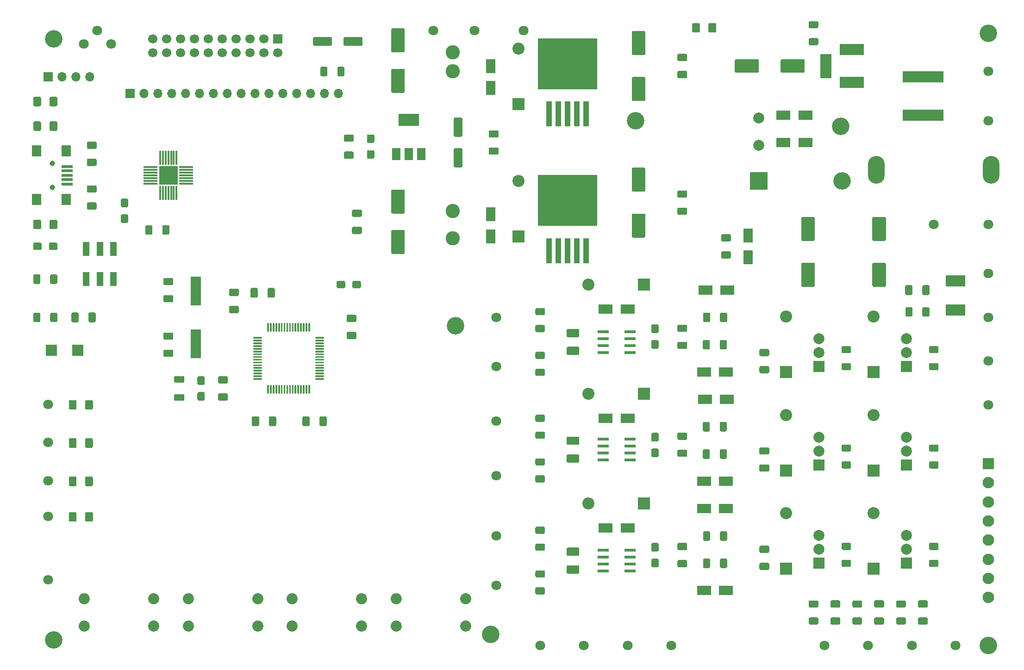
<source format=gbr>
%TF.GenerationSoftware,KiCad,Pcbnew,(5.1.7)-1*%
%TF.CreationDate,2020-11-10T11:56:55+09:00*%
%TF.ProjectId,BLDC_Motor_Controller_Ver1.0A_TEST,424c4443-5f4d-46f7-946f-725f436f6e74,Ver1.0A*%
%TF.SameCoordinates,Original*%
%TF.FileFunction,Soldermask,Top*%
%TF.FilePolarity,Negative*%
%FSLAX46Y46*%
G04 Gerber Fmt 4.6, Leading zero omitted, Abs format (unit mm)*
G04 Created by KiCad (PCBNEW (5.1.7)-1) date 2020-11-10 11:56:55*
%MOMM*%
%LPD*%
G01*
G04 APERTURE LIST*
%ADD10C,3.200000*%
%ADD11R,1.700000X1.700000*%
%ADD12C,1.700000*%
%ADD13R,3.680000X2.110000*%
%ADD14C,2.000000*%
%ADD15R,2.000000X2.000000*%
%ADD16R,2.500000X1.700000*%
%ADD17R,3.200000X3.200000*%
%ADD18O,3.200000X3.200000*%
%ADD19R,1.700000X2.500000*%
%ADD20O,2.200000X2.200000*%
%ADD21R,2.200000X2.200000*%
%ADD22O,3.048000X5.080000*%
%ADD23R,2.000000X4.500000*%
%ADD24R,4.500000X2.000000*%
%ADD25O,1.700000X1.700000*%
%ADD26C,2.100000*%
%ADD27R,2.100000X2.100000*%
%ADD28R,2.000000X0.500000*%
%ADD29R,1.700000X2.000000*%
%ADD30C,1.000000*%
%ADD31C,2.600000*%
%ADD32C,1.800000*%
%ADD33R,7.500000X2.000000*%
%ADD34R,1.200000X2.500000*%
%ADD35C,2.030000*%
%ADD36R,10.800000X9.400000*%
%ADD37R,1.100000X4.600000*%
%ADD38R,1.500000X2.200000*%
%ADD39R,3.800000X2.200000*%
%ADD40R,2.000000X0.600000*%
%ADD41R,3.400000X3.400000*%
%ADD42R,0.300000X2.500000*%
%ADD43R,2.500000X0.300000*%
%ADD44R,1.930400X5.334000*%
G04 APERTURE END LIST*
D10*
%TO.C,REF\u002A\u002A*%
X172500000Y-47000000D03*
%TD*%
%TO.C,REF\u002A\u002A*%
X146000000Y-141000000D03*
%TD*%
%TO.C,REF\u002A\u002A*%
X139500000Y-84500000D03*
%TD*%
D11*
%TO.C,J2*%
X107000000Y-32000000D03*
D12*
X107000000Y-34540000D03*
X104460000Y-32000000D03*
X104460000Y-34540000D03*
X101920000Y-32000000D03*
X101920000Y-34540000D03*
X99380000Y-32000000D03*
X99380000Y-34540000D03*
X96840000Y-32000000D03*
X96840000Y-34540000D03*
X94300000Y-32000000D03*
X94300000Y-34540000D03*
X91760000Y-32000000D03*
X91760000Y-34540000D03*
X89220000Y-32000000D03*
X89220000Y-34540000D03*
X86680000Y-32000000D03*
X86680000Y-34540000D03*
X84140000Y-32000000D03*
X84140000Y-34540000D03*
%TD*%
D13*
%TO.C,R27*%
X231000000Y-81645000D03*
X231000000Y-76355000D03*
%TD*%
D14*
%TO.C,Q1*%
X206000000Y-86920000D03*
X206000000Y-89460000D03*
D15*
X206000000Y-92000000D03*
%TD*%
D10*
%TO.C,REF\u002A\u002A*%
X66000000Y-32000000D03*
%TD*%
%TO.C,REF\u002A\u002A*%
X66000000Y-142000000D03*
%TD*%
%TO.C,REF\u002A\u002A*%
X237000000Y-143000000D03*
%TD*%
%TO.C,REF\u002A\u002A*%
X210000000Y-48000000D03*
%TD*%
%TO.C,REF\u002A\u002A*%
X237000000Y-31000000D03*
%TD*%
%TO.C,BC1*%
G36*
G01*
X112850000Y-101349999D02*
X112850000Y-102650001D01*
G75*
G02*
X112600001Y-102900000I-249999J0D01*
G01*
X111774999Y-102900000D01*
G75*
G02*
X111525000Y-102650001I0J249999D01*
G01*
X111525000Y-101349999D01*
G75*
G02*
X111774999Y-101100000I249999J0D01*
G01*
X112600001Y-101100000D01*
G75*
G02*
X112850000Y-101349999I0J-249999D01*
G01*
G37*
G36*
G01*
X115975000Y-101349999D02*
X115975000Y-102650001D01*
G75*
G02*
X115725001Y-102900000I-249999J0D01*
G01*
X114899999Y-102900000D01*
G75*
G02*
X114650000Y-102650001I0J249999D01*
G01*
X114650000Y-101349999D01*
G75*
G02*
X114899999Y-101100000I249999J0D01*
G01*
X115725001Y-101100000D01*
G75*
G02*
X115975000Y-101349999I0J-249999D01*
G01*
G37*
%TD*%
%TO.C,BC2*%
G36*
G01*
X119849999Y-85650000D02*
X121150001Y-85650000D01*
G75*
G02*
X121400000Y-85899999I0J-249999D01*
G01*
X121400000Y-86725001D01*
G75*
G02*
X121150001Y-86975000I-249999J0D01*
G01*
X119849999Y-86975000D01*
G75*
G02*
X119600000Y-86725001I0J249999D01*
G01*
X119600000Y-85899999D01*
G75*
G02*
X119849999Y-85650000I249999J0D01*
G01*
G37*
G36*
G01*
X119849999Y-82525000D02*
X121150001Y-82525000D01*
G75*
G02*
X121400000Y-82774999I0J-249999D01*
G01*
X121400000Y-83600001D01*
G75*
G02*
X121150001Y-83850000I-249999J0D01*
G01*
X119849999Y-83850000D01*
G75*
G02*
X119600000Y-83600001I0J249999D01*
G01*
X119600000Y-82774999D01*
G75*
G02*
X119849999Y-82525000I249999J0D01*
G01*
G37*
%TD*%
%TO.C,BC3*%
G36*
G01*
X102025000Y-79150001D02*
X102025000Y-77849999D01*
G75*
G02*
X102274999Y-77600000I249999J0D01*
G01*
X103100001Y-77600000D01*
G75*
G02*
X103350000Y-77849999I0J-249999D01*
G01*
X103350000Y-79150001D01*
G75*
G02*
X103100001Y-79400000I-249999J0D01*
G01*
X102274999Y-79400000D01*
G75*
G02*
X102025000Y-79150001I0J249999D01*
G01*
G37*
G36*
G01*
X105150000Y-79150001D02*
X105150000Y-77849999D01*
G75*
G02*
X105399999Y-77600000I249999J0D01*
G01*
X106225001Y-77600000D01*
G75*
G02*
X106475000Y-77849999I0J-249999D01*
G01*
X106475000Y-79150001D01*
G75*
G02*
X106225001Y-79400000I-249999J0D01*
G01*
X105399999Y-79400000D01*
G75*
G02*
X105150000Y-79150001I0J249999D01*
G01*
G37*
%TD*%
%TO.C,BC4*%
G36*
G01*
X106725000Y-101349999D02*
X106725000Y-102650001D01*
G75*
G02*
X106475001Y-102900000I-249999J0D01*
G01*
X105649999Y-102900000D01*
G75*
G02*
X105400000Y-102650001I0J249999D01*
G01*
X105400000Y-101349999D01*
G75*
G02*
X105649999Y-101100000I249999J0D01*
G01*
X106475001Y-101100000D01*
G75*
G02*
X106725000Y-101349999I0J-249999D01*
G01*
G37*
G36*
G01*
X103600000Y-101349999D02*
X103600000Y-102650001D01*
G75*
G02*
X103350001Y-102900000I-249999J0D01*
G01*
X102524999Y-102900000D01*
G75*
G02*
X102275000Y-102650001I0J249999D01*
G01*
X102275000Y-101349999D01*
G75*
G02*
X102524999Y-101100000I249999J0D01*
G01*
X103350001Y-101100000D01*
G75*
G02*
X103600000Y-101349999I0J-249999D01*
G01*
G37*
%TD*%
%TO.C,BC5*%
G36*
G01*
X99650001Y-79100000D02*
X98349999Y-79100000D01*
G75*
G02*
X98100000Y-78850001I0J249999D01*
G01*
X98100000Y-78024999D01*
G75*
G02*
X98349999Y-77775000I249999J0D01*
G01*
X99650001Y-77775000D01*
G75*
G02*
X99900000Y-78024999I0J-249999D01*
G01*
X99900000Y-78850001D01*
G75*
G02*
X99650001Y-79100000I-249999J0D01*
G01*
G37*
G36*
G01*
X99650001Y-82225000D02*
X98349999Y-82225000D01*
G75*
G02*
X98100000Y-81975001I0J249999D01*
G01*
X98100000Y-81149999D01*
G75*
G02*
X98349999Y-80900000I249999J0D01*
G01*
X99650001Y-80900000D01*
G75*
G02*
X99900000Y-81149999I0J-249999D01*
G01*
X99900000Y-81975001D01*
G75*
G02*
X99650001Y-82225000I-249999J0D01*
G01*
G37*
%TD*%
%TO.C,BC6*%
G36*
G01*
X196650001Y-90100000D02*
X195349999Y-90100000D01*
G75*
G02*
X195100000Y-89850001I0J249999D01*
G01*
X195100000Y-89024999D01*
G75*
G02*
X195349999Y-88775000I249999J0D01*
G01*
X196650001Y-88775000D01*
G75*
G02*
X196900000Y-89024999I0J-249999D01*
G01*
X196900000Y-89850001D01*
G75*
G02*
X196650001Y-90100000I-249999J0D01*
G01*
G37*
G36*
G01*
X196650001Y-93225000D02*
X195349999Y-93225000D01*
G75*
G02*
X195100000Y-92975001I0J249999D01*
G01*
X195100000Y-92149999D01*
G75*
G02*
X195349999Y-91900000I249999J0D01*
G01*
X196650001Y-91900000D01*
G75*
G02*
X196900000Y-92149999I0J-249999D01*
G01*
X196900000Y-92975001D01*
G75*
G02*
X196650001Y-93225000I-249999J0D01*
G01*
G37*
%TD*%
%TO.C,BC7*%
G36*
G01*
X196650001Y-111225000D02*
X195349999Y-111225000D01*
G75*
G02*
X195100000Y-110975001I0J249999D01*
G01*
X195100000Y-110149999D01*
G75*
G02*
X195349999Y-109900000I249999J0D01*
G01*
X196650001Y-109900000D01*
G75*
G02*
X196900000Y-110149999I0J-249999D01*
G01*
X196900000Y-110975001D01*
G75*
G02*
X196650001Y-111225000I-249999J0D01*
G01*
G37*
G36*
G01*
X196650001Y-108100000D02*
X195349999Y-108100000D01*
G75*
G02*
X195100000Y-107850001I0J249999D01*
G01*
X195100000Y-107024999D01*
G75*
G02*
X195349999Y-106775000I249999J0D01*
G01*
X196650001Y-106775000D01*
G75*
G02*
X196900000Y-107024999I0J-249999D01*
G01*
X196900000Y-107850001D01*
G75*
G02*
X196650001Y-108100000I-249999J0D01*
G01*
G37*
%TD*%
%TO.C,BC8*%
G36*
G01*
X196650001Y-126100000D02*
X195349999Y-126100000D01*
G75*
G02*
X195100000Y-125850001I0J249999D01*
G01*
X195100000Y-125024999D01*
G75*
G02*
X195349999Y-124775000I249999J0D01*
G01*
X196650001Y-124775000D01*
G75*
G02*
X196900000Y-125024999I0J-249999D01*
G01*
X196900000Y-125850001D01*
G75*
G02*
X196650001Y-126100000I-249999J0D01*
G01*
G37*
G36*
G01*
X196650001Y-129225000D02*
X195349999Y-129225000D01*
G75*
G02*
X195100000Y-128975001I0J249999D01*
G01*
X195100000Y-128149999D01*
G75*
G02*
X195349999Y-127900000I249999J0D01*
G01*
X196650001Y-127900000D01*
G75*
G02*
X196900000Y-128149999I0J-249999D01*
G01*
X196900000Y-128975001D01*
G75*
G02*
X196650001Y-129225000I-249999J0D01*
G01*
G37*
%TD*%
%TO.C,BC9*%
G36*
G01*
X189650001Y-72225000D02*
X188349999Y-72225000D01*
G75*
G02*
X188100000Y-71975001I0J249999D01*
G01*
X188100000Y-71149999D01*
G75*
G02*
X188349999Y-70900000I249999J0D01*
G01*
X189650001Y-70900000D01*
G75*
G02*
X189900000Y-71149999I0J-249999D01*
G01*
X189900000Y-71975001D01*
G75*
G02*
X189650001Y-72225000I-249999J0D01*
G01*
G37*
G36*
G01*
X189650001Y-69100000D02*
X188349999Y-69100000D01*
G75*
G02*
X188100000Y-68850001I0J249999D01*
G01*
X188100000Y-68024999D01*
G75*
G02*
X188349999Y-67775000I249999J0D01*
G01*
X189650001Y-67775000D01*
G75*
G02*
X189900000Y-68024999I0J-249999D01*
G01*
X189900000Y-68850001D01*
G75*
G02*
X189650001Y-69100000I-249999J0D01*
G01*
G37*
%TD*%
%TO.C,C1*%
G36*
G01*
X181650001Y-61100000D02*
X180349999Y-61100000D01*
G75*
G02*
X180100000Y-60850001I0J249999D01*
G01*
X180100000Y-60024999D01*
G75*
G02*
X180349999Y-59775000I249999J0D01*
G01*
X181650001Y-59775000D01*
G75*
G02*
X181900000Y-60024999I0J-249999D01*
G01*
X181900000Y-60850001D01*
G75*
G02*
X181650001Y-61100000I-249999J0D01*
G01*
G37*
G36*
G01*
X181650001Y-64225000D02*
X180349999Y-64225000D01*
G75*
G02*
X180100000Y-63975001I0J249999D01*
G01*
X180100000Y-63149999D01*
G75*
G02*
X180349999Y-62900000I249999J0D01*
G01*
X181650001Y-62900000D01*
G75*
G02*
X181900000Y-63149999I0J-249999D01*
G01*
X181900000Y-63975001D01*
G75*
G02*
X181650001Y-64225000I-249999J0D01*
G01*
G37*
%TD*%
%TO.C,C2*%
G36*
G01*
X181650001Y-36100000D02*
X180349999Y-36100000D01*
G75*
G02*
X180100000Y-35850001I0J249999D01*
G01*
X180100000Y-35024999D01*
G75*
G02*
X180349999Y-34775000I249999J0D01*
G01*
X181650001Y-34775000D01*
G75*
G02*
X181900000Y-35024999I0J-249999D01*
G01*
X181900000Y-35850001D01*
G75*
G02*
X181650001Y-36100000I-249999J0D01*
G01*
G37*
G36*
G01*
X181650001Y-39225000D02*
X180349999Y-39225000D01*
G75*
G02*
X180100000Y-38975001I0J249999D01*
G01*
X180100000Y-38149999D01*
G75*
G02*
X180349999Y-37900000I249999J0D01*
G01*
X181650001Y-37900000D01*
G75*
G02*
X181900000Y-38149999I0J-249999D01*
G01*
X181900000Y-38975001D01*
G75*
G02*
X181650001Y-39225000I-249999J0D01*
G01*
G37*
%TD*%
%TO.C,C3*%
G36*
G01*
X145849999Y-51900000D02*
X147150001Y-51900000D01*
G75*
G02*
X147400000Y-52149999I0J-249999D01*
G01*
X147400000Y-52975001D01*
G75*
G02*
X147150001Y-53225000I-249999J0D01*
G01*
X145849999Y-53225000D01*
G75*
G02*
X145600000Y-52975001I0J249999D01*
G01*
X145600000Y-52149999D01*
G75*
G02*
X145849999Y-51900000I249999J0D01*
G01*
G37*
G36*
G01*
X145849999Y-48775000D02*
X147150001Y-48775000D01*
G75*
G02*
X147400000Y-49024999I0J-249999D01*
G01*
X147400000Y-49850001D01*
G75*
G02*
X147150001Y-50100000I-249999J0D01*
G01*
X145849999Y-50100000D01*
G75*
G02*
X145600000Y-49850001I0J249999D01*
G01*
X145600000Y-49024999D01*
G75*
G02*
X145849999Y-48775000I249999J0D01*
G01*
G37*
%TD*%
%TO.C,C4*%
G36*
G01*
X174000000Y-68400000D02*
X172000000Y-68400000D01*
G75*
G02*
X171750000Y-68150000I0J250000D01*
G01*
X171750000Y-64250000D01*
G75*
G02*
X172000000Y-64000000I250000J0D01*
G01*
X174000000Y-64000000D01*
G75*
G02*
X174250000Y-64250000I0J-250000D01*
G01*
X174250000Y-68150000D01*
G75*
G02*
X174000000Y-68400000I-250000J0D01*
G01*
G37*
G36*
G01*
X174000000Y-60000000D02*
X172000000Y-60000000D01*
G75*
G02*
X171750000Y-59750000I0J250000D01*
G01*
X171750000Y-55850000D01*
G75*
G02*
X172000000Y-55600000I250000J0D01*
G01*
X174000000Y-55600000D01*
G75*
G02*
X174250000Y-55850000I0J-250000D01*
G01*
X174250000Y-59750000D01*
G75*
G02*
X174000000Y-60000000I-250000J0D01*
G01*
G37*
%TD*%
%TO.C,C5*%
G36*
G01*
X174000000Y-35000000D02*
X172000000Y-35000000D01*
G75*
G02*
X171750000Y-34750000I0J250000D01*
G01*
X171750000Y-30850000D01*
G75*
G02*
X172000000Y-30600000I250000J0D01*
G01*
X174000000Y-30600000D01*
G75*
G02*
X174250000Y-30850000I0J-250000D01*
G01*
X174250000Y-34750000D01*
G75*
G02*
X174000000Y-35000000I-250000J0D01*
G01*
G37*
G36*
G01*
X174000000Y-43400000D02*
X172000000Y-43400000D01*
G75*
G02*
X171750000Y-43150000I0J250000D01*
G01*
X171750000Y-39250000D01*
G75*
G02*
X172000000Y-39000000I250000J0D01*
G01*
X174000000Y-39000000D01*
G75*
G02*
X174250000Y-39250000I0J-250000D01*
G01*
X174250000Y-43150000D01*
G75*
G02*
X174000000Y-43400000I-250000J0D01*
G01*
G37*
%TD*%
%TO.C,C6*%
G36*
G01*
X139450000Y-52050000D02*
X140550000Y-52050000D01*
G75*
G02*
X140800000Y-52300000I0J-250000D01*
G01*
X140800000Y-55300000D01*
G75*
G02*
X140550000Y-55550000I-250000J0D01*
G01*
X139450000Y-55550000D01*
G75*
G02*
X139200000Y-55300000I0J250000D01*
G01*
X139200000Y-52300000D01*
G75*
G02*
X139450000Y-52050000I250000J0D01*
G01*
G37*
G36*
G01*
X139450000Y-46450000D02*
X140550000Y-46450000D01*
G75*
G02*
X140800000Y-46700000I0J-250000D01*
G01*
X140800000Y-49700000D01*
G75*
G02*
X140550000Y-49950000I-250000J0D01*
G01*
X139450000Y-49950000D01*
G75*
G02*
X139200000Y-49700000I0J250000D01*
G01*
X139200000Y-46700000D01*
G75*
G02*
X139450000Y-46450000I250000J0D01*
G01*
G37*
%TD*%
%TO.C,C7*%
G36*
G01*
X124425001Y-53975000D02*
X123574999Y-53975000D01*
G75*
G02*
X123325000Y-53725001I0J249999D01*
G01*
X123325000Y-52649999D01*
G75*
G02*
X123574999Y-52400000I249999J0D01*
G01*
X124425001Y-52400000D01*
G75*
G02*
X124675000Y-52649999I0J-249999D01*
G01*
X124675000Y-53725001D01*
G75*
G02*
X124425001Y-53975000I-249999J0D01*
G01*
G37*
G36*
G01*
X124425001Y-51100000D02*
X123574999Y-51100000D01*
G75*
G02*
X123325000Y-50850001I0J249999D01*
G01*
X123325000Y-49774999D01*
G75*
G02*
X123574999Y-49525000I249999J0D01*
G01*
X124425001Y-49525000D01*
G75*
G02*
X124675000Y-49774999I0J-249999D01*
G01*
X124675000Y-50850001D01*
G75*
G02*
X124425001Y-51100000I-249999J0D01*
G01*
G37*
%TD*%
%TO.C,C8*%
G36*
G01*
X190600000Y-38000000D02*
X190600000Y-36000000D01*
G75*
G02*
X190850000Y-35750000I250000J0D01*
G01*
X194750000Y-35750000D01*
G75*
G02*
X195000000Y-36000000I0J-250000D01*
G01*
X195000000Y-38000000D01*
G75*
G02*
X194750000Y-38250000I-250000J0D01*
G01*
X190850000Y-38250000D01*
G75*
G02*
X190600000Y-38000000I0J250000D01*
G01*
G37*
G36*
G01*
X199000000Y-38000000D02*
X199000000Y-36000000D01*
G75*
G02*
X199250000Y-35750000I250000J0D01*
G01*
X203150000Y-35750000D01*
G75*
G02*
X203400000Y-36000000I0J-250000D01*
G01*
X203400000Y-38000000D01*
G75*
G02*
X203150000Y-38250000I-250000J0D01*
G01*
X199250000Y-38250000D01*
G75*
G02*
X199000000Y-38000000I0J250000D01*
G01*
G37*
%TD*%
%TO.C,C9*%
G36*
G01*
X120650001Y-53975000D02*
X119349999Y-53975000D01*
G75*
G02*
X119100000Y-53725001I0J249999D01*
G01*
X119100000Y-52899999D01*
G75*
G02*
X119349999Y-52650000I249999J0D01*
G01*
X120650001Y-52650000D01*
G75*
G02*
X120900000Y-52899999I0J-249999D01*
G01*
X120900000Y-53725001D01*
G75*
G02*
X120650001Y-53975000I-249999J0D01*
G01*
G37*
G36*
G01*
X120650001Y-50850000D02*
X119349999Y-50850000D01*
G75*
G02*
X119100000Y-50600001I0J249999D01*
G01*
X119100000Y-49774999D01*
G75*
G02*
X119349999Y-49525000I249999J0D01*
G01*
X120650001Y-49525000D01*
G75*
G02*
X120900000Y-49774999I0J-249999D01*
G01*
X120900000Y-50600001D01*
G75*
G02*
X120650001Y-50850000I-249999J0D01*
G01*
G37*
%TD*%
%TO.C,C10*%
G36*
G01*
X130000000Y-64000000D02*
X128000000Y-64000000D01*
G75*
G02*
X127750000Y-63750000I0J250000D01*
G01*
X127750000Y-59850000D01*
G75*
G02*
X128000000Y-59600000I250000J0D01*
G01*
X130000000Y-59600000D01*
G75*
G02*
X130250000Y-59850000I0J-250000D01*
G01*
X130250000Y-63750000D01*
G75*
G02*
X130000000Y-64000000I-250000J0D01*
G01*
G37*
G36*
G01*
X130000000Y-71400000D02*
X128000000Y-71400000D01*
G75*
G02*
X127750000Y-71150000I0J250000D01*
G01*
X127750000Y-67250000D01*
G75*
G02*
X128000000Y-67000000I250000J0D01*
G01*
X130000000Y-67000000D01*
G75*
G02*
X130250000Y-67250000I0J-250000D01*
G01*
X130250000Y-71150000D01*
G75*
G02*
X130000000Y-71400000I-250000J0D01*
G01*
G37*
%TD*%
%TO.C,C11*%
G36*
G01*
X130000000Y-41900000D02*
X128000000Y-41900000D01*
G75*
G02*
X127750000Y-41650000I0J250000D01*
G01*
X127750000Y-37750000D01*
G75*
G02*
X128000000Y-37500000I250000J0D01*
G01*
X130000000Y-37500000D01*
G75*
G02*
X130250000Y-37750000I0J-250000D01*
G01*
X130250000Y-41650000D01*
G75*
G02*
X130000000Y-41900000I-250000J0D01*
G01*
G37*
G36*
G01*
X130000000Y-34500000D02*
X128000000Y-34500000D01*
G75*
G02*
X127750000Y-34250000I0J250000D01*
G01*
X127750000Y-30350000D01*
G75*
G02*
X128000000Y-30100000I250000J0D01*
G01*
X130000000Y-30100000D01*
G75*
G02*
X130250000Y-30350000I0J-250000D01*
G01*
X130250000Y-34250000D01*
G75*
G02*
X130000000Y-34500000I-250000J0D01*
G01*
G37*
%TD*%
%TO.C,C12*%
G36*
G01*
X122150001Y-64600000D02*
X120849999Y-64600000D01*
G75*
G02*
X120600000Y-64350001I0J249999D01*
G01*
X120600000Y-63524999D01*
G75*
G02*
X120849999Y-63275000I249999J0D01*
G01*
X122150001Y-63275000D01*
G75*
G02*
X122400000Y-63524999I0J-249999D01*
G01*
X122400000Y-64350001D01*
G75*
G02*
X122150001Y-64600000I-249999J0D01*
G01*
G37*
G36*
G01*
X122150001Y-67725000D02*
X120849999Y-67725000D01*
G75*
G02*
X120600000Y-67475001I0J249999D01*
G01*
X120600000Y-66649999D01*
G75*
G02*
X120849999Y-66400000I249999J0D01*
G01*
X122150001Y-66400000D01*
G75*
G02*
X122400000Y-66649999I0J-249999D01*
G01*
X122400000Y-67475001D01*
G75*
G02*
X122150001Y-67725000I-249999J0D01*
G01*
G37*
%TD*%
%TO.C,C13*%
G36*
G01*
X120650000Y-77425001D02*
X120650000Y-76574999D01*
G75*
G02*
X120899999Y-76325000I249999J0D01*
G01*
X121975001Y-76325000D01*
G75*
G02*
X122225000Y-76574999I0J-249999D01*
G01*
X122225000Y-77425001D01*
G75*
G02*
X121975001Y-77675000I-249999J0D01*
G01*
X120899999Y-77675000D01*
G75*
G02*
X120650000Y-77425001I0J249999D01*
G01*
G37*
G36*
G01*
X117775000Y-77425001D02*
X117775000Y-76574999D01*
G75*
G02*
X118024999Y-76325000I249999J0D01*
G01*
X119100001Y-76325000D01*
G75*
G02*
X119350000Y-76574999I0J-249999D01*
G01*
X119350000Y-77425001D01*
G75*
G02*
X119100001Y-77675000I-249999J0D01*
G01*
X118024999Y-77675000D01*
G75*
G02*
X117775000Y-77425001I0J249999D01*
G01*
G37*
%TD*%
%TO.C,C14*%
G36*
G01*
X72400000Y-83650001D02*
X72400000Y-82349999D01*
G75*
G02*
X72649999Y-82100000I249999J0D01*
G01*
X73475001Y-82100000D01*
G75*
G02*
X73725000Y-82349999I0J-249999D01*
G01*
X73725000Y-83650001D01*
G75*
G02*
X73475001Y-83900000I-249999J0D01*
G01*
X72649999Y-83900000D01*
G75*
G02*
X72400000Y-83650001I0J249999D01*
G01*
G37*
G36*
G01*
X69275000Y-83650001D02*
X69275000Y-82349999D01*
G75*
G02*
X69524999Y-82100000I249999J0D01*
G01*
X70350001Y-82100000D01*
G75*
G02*
X70600000Y-82349999I0J-249999D01*
G01*
X70600000Y-83650001D01*
G75*
G02*
X70350001Y-83900000I-249999J0D01*
G01*
X69524999Y-83900000D01*
G75*
G02*
X69275000Y-83650001I0J249999D01*
G01*
G37*
%TD*%
%TO.C,C15*%
G36*
G01*
X87650001Y-80225000D02*
X86349999Y-80225000D01*
G75*
G02*
X86100000Y-79975001I0J249999D01*
G01*
X86100000Y-79149999D01*
G75*
G02*
X86349999Y-78900000I249999J0D01*
G01*
X87650001Y-78900000D01*
G75*
G02*
X87900000Y-79149999I0J-249999D01*
G01*
X87900000Y-79975001D01*
G75*
G02*
X87650001Y-80225000I-249999J0D01*
G01*
G37*
G36*
G01*
X87650001Y-77100000D02*
X86349999Y-77100000D01*
G75*
G02*
X86100000Y-76850001I0J249999D01*
G01*
X86100000Y-76024999D01*
G75*
G02*
X86349999Y-75775000I249999J0D01*
G01*
X87650001Y-75775000D01*
G75*
G02*
X87900000Y-76024999I0J-249999D01*
G01*
X87900000Y-76850001D01*
G75*
G02*
X87650001Y-77100000I-249999J0D01*
G01*
G37*
%TD*%
%TO.C,C16*%
G36*
G01*
X86349999Y-88900000D02*
X87650001Y-88900000D01*
G75*
G02*
X87900000Y-89149999I0J-249999D01*
G01*
X87900000Y-89975001D01*
G75*
G02*
X87650001Y-90225000I-249999J0D01*
G01*
X86349999Y-90225000D01*
G75*
G02*
X86100000Y-89975001I0J249999D01*
G01*
X86100000Y-89149999D01*
G75*
G02*
X86349999Y-88900000I249999J0D01*
G01*
G37*
G36*
G01*
X86349999Y-85775000D02*
X87650001Y-85775000D01*
G75*
G02*
X87900000Y-86024999I0J-249999D01*
G01*
X87900000Y-86850001D01*
G75*
G02*
X87650001Y-87100000I-249999J0D01*
G01*
X86349999Y-87100000D01*
G75*
G02*
X86100000Y-86850001I0J249999D01*
G01*
X86100000Y-86024999D01*
G75*
G02*
X86349999Y-85775000I249999J0D01*
G01*
G37*
%TD*%
%TO.C,C17*%
G36*
G01*
X97650001Y-98225000D02*
X96349999Y-98225000D01*
G75*
G02*
X96100000Y-97975001I0J249999D01*
G01*
X96100000Y-97149999D01*
G75*
G02*
X96349999Y-96900000I249999J0D01*
G01*
X97650001Y-96900000D01*
G75*
G02*
X97900000Y-97149999I0J-249999D01*
G01*
X97900000Y-97975001D01*
G75*
G02*
X97650001Y-98225000I-249999J0D01*
G01*
G37*
G36*
G01*
X97650001Y-95100000D02*
X96349999Y-95100000D01*
G75*
G02*
X96100000Y-94850001I0J249999D01*
G01*
X96100000Y-94024999D01*
G75*
G02*
X96349999Y-93775000I249999J0D01*
G01*
X97650001Y-93775000D01*
G75*
G02*
X97900000Y-94024999I0J-249999D01*
G01*
X97900000Y-94850001D01*
G75*
G02*
X97650001Y-95100000I-249999J0D01*
G01*
G37*
%TD*%
%TO.C,C18*%
G36*
G01*
X93425001Y-98225000D02*
X92574999Y-98225000D01*
G75*
G02*
X92325000Y-97975001I0J249999D01*
G01*
X92325000Y-96899999D01*
G75*
G02*
X92574999Y-96650000I249999J0D01*
G01*
X93425001Y-96650000D01*
G75*
G02*
X93675000Y-96899999I0J-249999D01*
G01*
X93675000Y-97975001D01*
G75*
G02*
X93425001Y-98225000I-249999J0D01*
G01*
G37*
G36*
G01*
X93425001Y-95350000D02*
X92574999Y-95350000D01*
G75*
G02*
X92325000Y-95100001I0J249999D01*
G01*
X92325000Y-94024999D01*
G75*
G02*
X92574999Y-93775000I249999J0D01*
G01*
X93425001Y-93775000D01*
G75*
G02*
X93675000Y-94024999I0J-249999D01*
G01*
X93675000Y-95100001D01*
G75*
G02*
X93425001Y-95350000I-249999J0D01*
G01*
G37*
%TD*%
%TO.C,C19*%
G36*
G01*
X160075000Y-85125000D02*
X161925000Y-85125000D01*
G75*
G02*
X162175000Y-85375000I0J-250000D01*
G01*
X162175000Y-86375000D01*
G75*
G02*
X161925000Y-86625000I-250000J0D01*
G01*
X160075000Y-86625000D01*
G75*
G02*
X159825000Y-86375000I0J250000D01*
G01*
X159825000Y-85375000D01*
G75*
G02*
X160075000Y-85125000I250000J0D01*
G01*
G37*
G36*
G01*
X160075000Y-88375000D02*
X161925000Y-88375000D01*
G75*
G02*
X162175000Y-88625000I0J-250000D01*
G01*
X162175000Y-89625000D01*
G75*
G02*
X161925000Y-89875000I-250000J0D01*
G01*
X160075000Y-89875000D01*
G75*
G02*
X159825000Y-89625000I0J250000D01*
G01*
X159825000Y-88625000D01*
G75*
G02*
X160075000Y-88375000I250000J0D01*
G01*
G37*
%TD*%
%TO.C,C20*%
G36*
G01*
X160075000Y-104825000D02*
X161925000Y-104825000D01*
G75*
G02*
X162175000Y-105075000I0J-250000D01*
G01*
X162175000Y-106075000D01*
G75*
G02*
X161925000Y-106325000I-250000J0D01*
G01*
X160075000Y-106325000D01*
G75*
G02*
X159825000Y-106075000I0J250000D01*
G01*
X159825000Y-105075000D01*
G75*
G02*
X160075000Y-104825000I250000J0D01*
G01*
G37*
G36*
G01*
X160075000Y-108075000D02*
X161925000Y-108075000D01*
G75*
G02*
X162175000Y-108325000I0J-250000D01*
G01*
X162175000Y-109325000D01*
G75*
G02*
X161925000Y-109575000I-250000J0D01*
G01*
X160075000Y-109575000D01*
G75*
G02*
X159825000Y-109325000I0J250000D01*
G01*
X159825000Y-108325000D01*
G75*
G02*
X160075000Y-108075000I250000J0D01*
G01*
G37*
%TD*%
%TO.C,C21*%
G36*
G01*
X160075000Y-128375000D02*
X161925000Y-128375000D01*
G75*
G02*
X162175000Y-128625000I0J-250000D01*
G01*
X162175000Y-129625000D01*
G75*
G02*
X161925000Y-129875000I-250000J0D01*
G01*
X160075000Y-129875000D01*
G75*
G02*
X159825000Y-129625000I0J250000D01*
G01*
X159825000Y-128625000D01*
G75*
G02*
X160075000Y-128375000I250000J0D01*
G01*
G37*
G36*
G01*
X160075000Y-125125000D02*
X161925000Y-125125000D01*
G75*
G02*
X162175000Y-125375000I0J-250000D01*
G01*
X162175000Y-126375000D01*
G75*
G02*
X161925000Y-126625000I-250000J0D01*
G01*
X160075000Y-126625000D01*
G75*
G02*
X159825000Y-126375000I0J250000D01*
G01*
X159825000Y-125375000D01*
G75*
G02*
X160075000Y-125125000I250000J0D01*
G01*
G37*
%TD*%
%TO.C,C22*%
G36*
G01*
X175574999Y-87150000D02*
X176425001Y-87150000D01*
G75*
G02*
X176675000Y-87399999I0J-249999D01*
G01*
X176675000Y-88475001D01*
G75*
G02*
X176425001Y-88725000I-249999J0D01*
G01*
X175574999Y-88725000D01*
G75*
G02*
X175325000Y-88475001I0J249999D01*
G01*
X175325000Y-87399999D01*
G75*
G02*
X175574999Y-87150000I249999J0D01*
G01*
G37*
G36*
G01*
X175574999Y-84275000D02*
X176425001Y-84275000D01*
G75*
G02*
X176675000Y-84524999I0J-249999D01*
G01*
X176675000Y-85600001D01*
G75*
G02*
X176425001Y-85850000I-249999J0D01*
G01*
X175574999Y-85850000D01*
G75*
G02*
X175325000Y-85600001I0J249999D01*
G01*
X175325000Y-84524999D01*
G75*
G02*
X175574999Y-84275000I249999J0D01*
G01*
G37*
%TD*%
%TO.C,C23*%
G36*
G01*
X175574999Y-107000000D02*
X176425001Y-107000000D01*
G75*
G02*
X176675000Y-107249999I0J-249999D01*
G01*
X176675000Y-108325001D01*
G75*
G02*
X176425001Y-108575000I-249999J0D01*
G01*
X175574999Y-108575000D01*
G75*
G02*
X175325000Y-108325001I0J249999D01*
G01*
X175325000Y-107249999D01*
G75*
G02*
X175574999Y-107000000I249999J0D01*
G01*
G37*
G36*
G01*
X175574999Y-104125000D02*
X176425001Y-104125000D01*
G75*
G02*
X176675000Y-104374999I0J-249999D01*
G01*
X176675000Y-105450001D01*
G75*
G02*
X176425001Y-105700000I-249999J0D01*
G01*
X175574999Y-105700000D01*
G75*
G02*
X175325000Y-105450001I0J249999D01*
G01*
X175325000Y-104374999D01*
G75*
G02*
X175574999Y-104125000I249999J0D01*
G01*
G37*
%TD*%
%TO.C,C24*%
G36*
G01*
X175574999Y-124275000D02*
X176425001Y-124275000D01*
G75*
G02*
X176675000Y-124524999I0J-249999D01*
G01*
X176675000Y-125600001D01*
G75*
G02*
X176425001Y-125850000I-249999J0D01*
G01*
X175574999Y-125850000D01*
G75*
G02*
X175325000Y-125600001I0J249999D01*
G01*
X175325000Y-124524999D01*
G75*
G02*
X175574999Y-124275000I249999J0D01*
G01*
G37*
G36*
G01*
X175574999Y-127150000D02*
X176425001Y-127150000D01*
G75*
G02*
X176675000Y-127399999I0J-249999D01*
G01*
X176675000Y-128475001D01*
G75*
G02*
X176425001Y-128725000I-249999J0D01*
G01*
X175574999Y-128725000D01*
G75*
G02*
X175325000Y-128475001I0J249999D01*
G01*
X175325000Y-127399999D01*
G75*
G02*
X175574999Y-127150000I249999J0D01*
G01*
G37*
%TD*%
%TO.C,C25*%
G36*
G01*
X180349999Y-87462500D02*
X181650001Y-87462500D01*
G75*
G02*
X181900000Y-87712499I0J-249999D01*
G01*
X181900000Y-88537501D01*
G75*
G02*
X181650001Y-88787500I-249999J0D01*
G01*
X180349999Y-88787500D01*
G75*
G02*
X180100000Y-88537501I0J249999D01*
G01*
X180100000Y-87712499D01*
G75*
G02*
X180349999Y-87462500I249999J0D01*
G01*
G37*
G36*
G01*
X180349999Y-84337500D02*
X181650001Y-84337500D01*
G75*
G02*
X181900000Y-84587499I0J-249999D01*
G01*
X181900000Y-85412501D01*
G75*
G02*
X181650001Y-85662500I-249999J0D01*
G01*
X180349999Y-85662500D01*
G75*
G02*
X180100000Y-85412501I0J249999D01*
G01*
X180100000Y-84587499D01*
G75*
G02*
X180349999Y-84337500I249999J0D01*
G01*
G37*
%TD*%
%TO.C,C26*%
G36*
G01*
X180349999Y-104075000D02*
X181650001Y-104075000D01*
G75*
G02*
X181900000Y-104324999I0J-249999D01*
G01*
X181900000Y-105150001D01*
G75*
G02*
X181650001Y-105400000I-249999J0D01*
G01*
X180349999Y-105400000D01*
G75*
G02*
X180100000Y-105150001I0J249999D01*
G01*
X180100000Y-104324999D01*
G75*
G02*
X180349999Y-104075000I249999J0D01*
G01*
G37*
G36*
G01*
X180349999Y-107200000D02*
X181650001Y-107200000D01*
G75*
G02*
X181900000Y-107449999I0J-249999D01*
G01*
X181900000Y-108275001D01*
G75*
G02*
X181650001Y-108525000I-249999J0D01*
G01*
X180349999Y-108525000D01*
G75*
G02*
X180100000Y-108275001I0J249999D01*
G01*
X180100000Y-107449999D01*
G75*
G02*
X180349999Y-107200000I249999J0D01*
G01*
G37*
%TD*%
%TO.C,C27*%
G36*
G01*
X180349999Y-127400000D02*
X181650001Y-127400000D01*
G75*
G02*
X181900000Y-127649999I0J-249999D01*
G01*
X181900000Y-128475001D01*
G75*
G02*
X181650001Y-128725000I-249999J0D01*
G01*
X180349999Y-128725000D01*
G75*
G02*
X180100000Y-128475001I0J249999D01*
G01*
X180100000Y-127649999D01*
G75*
G02*
X180349999Y-127400000I249999J0D01*
G01*
G37*
G36*
G01*
X180349999Y-124275000D02*
X181650001Y-124275000D01*
G75*
G02*
X181900000Y-124524999I0J-249999D01*
G01*
X181900000Y-125350001D01*
G75*
G02*
X181650001Y-125600000I-249999J0D01*
G01*
X180349999Y-125600000D01*
G75*
G02*
X180100000Y-125350001I0J249999D01*
G01*
X180100000Y-124524999D01*
G75*
G02*
X180349999Y-124275000I249999J0D01*
G01*
G37*
%TD*%
%TO.C,C28*%
G36*
G01*
X221775000Y-78650001D02*
X221775000Y-77349999D01*
G75*
G02*
X222024999Y-77100000I249999J0D01*
G01*
X222850001Y-77100000D01*
G75*
G02*
X223100000Y-77349999I0J-249999D01*
G01*
X223100000Y-78650001D01*
G75*
G02*
X222850001Y-78900000I-249999J0D01*
G01*
X222024999Y-78900000D01*
G75*
G02*
X221775000Y-78650001I0J249999D01*
G01*
G37*
G36*
G01*
X224900000Y-78650001D02*
X224900000Y-77349999D01*
G75*
G02*
X225149999Y-77100000I249999J0D01*
G01*
X225975001Y-77100000D01*
G75*
G02*
X226225000Y-77349999I0J-249999D01*
G01*
X226225000Y-78650001D01*
G75*
G02*
X225975001Y-78900000I-249999J0D01*
G01*
X225149999Y-78900000D01*
G75*
G02*
X224900000Y-78650001I0J249999D01*
G01*
G37*
%TD*%
%TO.C,C29*%
G36*
G01*
X122550000Y-31950000D02*
X122550000Y-33050000D01*
G75*
G02*
X122300000Y-33300000I-250000J0D01*
G01*
X119300000Y-33300000D01*
G75*
G02*
X119050000Y-33050000I0J250000D01*
G01*
X119050000Y-31950000D01*
G75*
G02*
X119300000Y-31700000I250000J0D01*
G01*
X122300000Y-31700000D01*
G75*
G02*
X122550000Y-31950000I0J-250000D01*
G01*
G37*
G36*
G01*
X116950000Y-31950000D02*
X116950000Y-33050000D01*
G75*
G02*
X116700000Y-33300000I-250000J0D01*
G01*
X113700000Y-33300000D01*
G75*
G02*
X113450000Y-33050000I0J250000D01*
G01*
X113450000Y-31950000D01*
G75*
G02*
X113700000Y-31700000I250000J0D01*
G01*
X116700000Y-31700000D01*
G75*
G02*
X116950000Y-31950000I0J-250000D01*
G01*
G37*
%TD*%
%TO.C,C30*%
G36*
G01*
X205000000Y-77400000D02*
X203000000Y-77400000D01*
G75*
G02*
X202750000Y-77150000I0J250000D01*
G01*
X202750000Y-73250000D01*
G75*
G02*
X203000000Y-73000000I250000J0D01*
G01*
X205000000Y-73000000D01*
G75*
G02*
X205250000Y-73250000I0J-250000D01*
G01*
X205250000Y-77150000D01*
G75*
G02*
X205000000Y-77400000I-250000J0D01*
G01*
G37*
G36*
G01*
X205000000Y-69000000D02*
X203000000Y-69000000D01*
G75*
G02*
X202750000Y-68750000I0J250000D01*
G01*
X202750000Y-64850000D01*
G75*
G02*
X203000000Y-64600000I250000J0D01*
G01*
X205000000Y-64600000D01*
G75*
G02*
X205250000Y-64850000I0J-250000D01*
G01*
X205250000Y-68750000D01*
G75*
G02*
X205000000Y-69000000I-250000J0D01*
G01*
G37*
%TD*%
%TO.C,C31*%
G36*
G01*
X209650001Y-139225000D02*
X208349999Y-139225000D01*
G75*
G02*
X208100000Y-138975001I0J249999D01*
G01*
X208100000Y-138149999D01*
G75*
G02*
X208349999Y-137900000I249999J0D01*
G01*
X209650001Y-137900000D01*
G75*
G02*
X209900000Y-138149999I0J-249999D01*
G01*
X209900000Y-138975001D01*
G75*
G02*
X209650001Y-139225000I-249999J0D01*
G01*
G37*
G36*
G01*
X209650001Y-136100000D02*
X208349999Y-136100000D01*
G75*
G02*
X208100000Y-135850001I0J249999D01*
G01*
X208100000Y-135024999D01*
G75*
G02*
X208349999Y-134775000I249999J0D01*
G01*
X209650001Y-134775000D01*
G75*
G02*
X209900000Y-135024999I0J-249999D01*
G01*
X209900000Y-135850001D01*
G75*
G02*
X209650001Y-136100000I-249999J0D01*
G01*
G37*
%TD*%
%TO.C,C32*%
G36*
G01*
X217650001Y-139225000D02*
X216349999Y-139225000D01*
G75*
G02*
X216100000Y-138975001I0J249999D01*
G01*
X216100000Y-138149999D01*
G75*
G02*
X216349999Y-137900000I249999J0D01*
G01*
X217650001Y-137900000D01*
G75*
G02*
X217900000Y-138149999I0J-249999D01*
G01*
X217900000Y-138975001D01*
G75*
G02*
X217650001Y-139225000I-249999J0D01*
G01*
G37*
G36*
G01*
X217650001Y-136100000D02*
X216349999Y-136100000D01*
G75*
G02*
X216100000Y-135850001I0J249999D01*
G01*
X216100000Y-135024999D01*
G75*
G02*
X216349999Y-134775000I249999J0D01*
G01*
X217650001Y-134775000D01*
G75*
G02*
X217900000Y-135024999I0J-249999D01*
G01*
X217900000Y-135850001D01*
G75*
G02*
X217650001Y-136100000I-249999J0D01*
G01*
G37*
%TD*%
%TO.C,C33*%
G36*
G01*
X218000000Y-77400000D02*
X216000000Y-77400000D01*
G75*
G02*
X215750000Y-77150000I0J250000D01*
G01*
X215750000Y-73250000D01*
G75*
G02*
X216000000Y-73000000I250000J0D01*
G01*
X218000000Y-73000000D01*
G75*
G02*
X218250000Y-73250000I0J-250000D01*
G01*
X218250000Y-77150000D01*
G75*
G02*
X218000000Y-77400000I-250000J0D01*
G01*
G37*
G36*
G01*
X218000000Y-69000000D02*
X216000000Y-69000000D01*
G75*
G02*
X215750000Y-68750000I0J250000D01*
G01*
X215750000Y-64850000D01*
G75*
G02*
X216000000Y-64600000I250000J0D01*
G01*
X218000000Y-64600000D01*
G75*
G02*
X218250000Y-64850000I0J-250000D01*
G01*
X218250000Y-68750000D01*
G75*
G02*
X218000000Y-69000000I-250000J0D01*
G01*
G37*
%TD*%
%TO.C,C34*%
G36*
G01*
X225650001Y-136100000D02*
X224349999Y-136100000D01*
G75*
G02*
X224100000Y-135850001I0J249999D01*
G01*
X224100000Y-135024999D01*
G75*
G02*
X224349999Y-134775000I249999J0D01*
G01*
X225650001Y-134775000D01*
G75*
G02*
X225900000Y-135024999I0J-249999D01*
G01*
X225900000Y-135850001D01*
G75*
G02*
X225650001Y-136100000I-249999J0D01*
G01*
G37*
G36*
G01*
X225650001Y-139225000D02*
X224349999Y-139225000D01*
G75*
G02*
X224100000Y-138975001I0J249999D01*
G01*
X224100000Y-138149999D01*
G75*
G02*
X224349999Y-137900000I249999J0D01*
G01*
X225650001Y-137900000D01*
G75*
G02*
X225900000Y-138149999I0J-249999D01*
G01*
X225900000Y-138975001D01*
G75*
G02*
X225650001Y-139225000I-249999J0D01*
G01*
G37*
%TD*%
%TO.C,C36*%
G36*
G01*
X72349999Y-58837500D02*
X73650001Y-58837500D01*
G75*
G02*
X73900000Y-59087499I0J-249999D01*
G01*
X73900000Y-59912501D01*
G75*
G02*
X73650001Y-60162500I-249999J0D01*
G01*
X72349999Y-60162500D01*
G75*
G02*
X72100000Y-59912501I0J249999D01*
G01*
X72100000Y-59087499D01*
G75*
G02*
X72349999Y-58837500I249999J0D01*
G01*
G37*
G36*
G01*
X72349999Y-61962500D02*
X73650001Y-61962500D01*
G75*
G02*
X73900000Y-62212499I0J-249999D01*
G01*
X73900000Y-63037501D01*
G75*
G02*
X73650001Y-63287500I-249999J0D01*
G01*
X72349999Y-63287500D01*
G75*
G02*
X72100000Y-63037501I0J249999D01*
G01*
X72100000Y-62212499D01*
G75*
G02*
X72349999Y-61962500I249999J0D01*
G01*
G37*
%TD*%
%TO.C,C37*%
G36*
G01*
X73650001Y-55287500D02*
X72349999Y-55287500D01*
G75*
G02*
X72100000Y-55037501I0J249999D01*
G01*
X72100000Y-54212499D01*
G75*
G02*
X72349999Y-53962500I249999J0D01*
G01*
X73650001Y-53962500D01*
G75*
G02*
X73900000Y-54212499I0J-249999D01*
G01*
X73900000Y-55037501D01*
G75*
G02*
X73650001Y-55287500I-249999J0D01*
G01*
G37*
G36*
G01*
X73650001Y-52162500D02*
X72349999Y-52162500D01*
G75*
G02*
X72100000Y-51912501I0J249999D01*
G01*
X72100000Y-51087499D01*
G75*
G02*
X72349999Y-50837500I249999J0D01*
G01*
X73650001Y-50837500D01*
G75*
G02*
X73900000Y-51087499I0J-249999D01*
G01*
X73900000Y-51912501D01*
G75*
G02*
X73650001Y-52162500I-249999J0D01*
G01*
G37*
%TD*%
%TO.C,C38*%
G36*
G01*
X66725000Y-69574999D02*
X66725000Y-70425001D01*
G75*
G02*
X66475001Y-70675000I-249999J0D01*
G01*
X65399999Y-70675000D01*
G75*
G02*
X65150000Y-70425001I0J249999D01*
G01*
X65150000Y-69574999D01*
G75*
G02*
X65399999Y-69325000I249999J0D01*
G01*
X66475001Y-69325000D01*
G75*
G02*
X66725000Y-69574999I0J-249999D01*
G01*
G37*
G36*
G01*
X63850000Y-69574999D02*
X63850000Y-70425001D01*
G75*
G02*
X63600001Y-70675000I-249999J0D01*
G01*
X62524999Y-70675000D01*
G75*
G02*
X62275000Y-70425001I0J249999D01*
G01*
X62275000Y-69574999D01*
G75*
G02*
X62524999Y-69325000I249999J0D01*
G01*
X63600001Y-69325000D01*
G75*
G02*
X63850000Y-69574999I0J-249999D01*
G01*
G37*
%TD*%
%TO.C,C39*%
G36*
G01*
X78574999Y-64150000D02*
X79425001Y-64150000D01*
G75*
G02*
X79675000Y-64399999I0J-249999D01*
G01*
X79675000Y-65475001D01*
G75*
G02*
X79425001Y-65725000I-249999J0D01*
G01*
X78574999Y-65725000D01*
G75*
G02*
X78325000Y-65475001I0J249999D01*
G01*
X78325000Y-64399999D01*
G75*
G02*
X78574999Y-64150000I249999J0D01*
G01*
G37*
G36*
G01*
X78574999Y-61275000D02*
X79425001Y-61275000D01*
G75*
G02*
X79675000Y-61524999I0J-249999D01*
G01*
X79675000Y-62600001D01*
G75*
G02*
X79425001Y-62850000I-249999J0D01*
G01*
X78574999Y-62850000D01*
G75*
G02*
X78325000Y-62600001I0J249999D01*
G01*
X78325000Y-61524999D01*
G75*
G02*
X78574999Y-61275000I249999J0D01*
G01*
G37*
%TD*%
D16*
%TO.C,D1*%
X199500000Y-51000000D03*
X203500000Y-51000000D03*
%TD*%
D17*
%TO.C,D2*%
X195000000Y-58000000D03*
D18*
X210240000Y-58000000D03*
%TD*%
D16*
%TO.C,D3*%
X199500000Y-46000000D03*
X203500000Y-46000000D03*
%TD*%
D19*
%TO.C,D4*%
X146000000Y-64150000D03*
X146000000Y-68150000D03*
%TD*%
%TO.C,D5*%
X146000000Y-37000000D03*
X146000000Y-41000000D03*
%TD*%
D20*
%TO.C,D6*%
X151000000Y-58000000D03*
D21*
X151000000Y-68160000D03*
%TD*%
%TO.C,D7*%
X151000000Y-44000000D03*
D20*
X151000000Y-33840000D03*
%TD*%
%TO.C,D8*%
G36*
G01*
X184225000Y-29375000D02*
X184225000Y-30625000D01*
G75*
G02*
X183975000Y-30875000I-250000J0D01*
G01*
X183050000Y-30875000D01*
G75*
G02*
X182800000Y-30625000I0J250000D01*
G01*
X182800000Y-29375000D01*
G75*
G02*
X183050000Y-29125000I250000J0D01*
G01*
X183975000Y-29125000D01*
G75*
G02*
X184225000Y-29375000I0J-250000D01*
G01*
G37*
G36*
G01*
X187200000Y-29375000D02*
X187200000Y-30625000D01*
G75*
G02*
X186950000Y-30875000I-250000J0D01*
G01*
X186025000Y-30875000D01*
G75*
G02*
X185775000Y-30625000I0J250000D01*
G01*
X185775000Y-29375000D01*
G75*
G02*
X186025000Y-29125000I250000J0D01*
G01*
X186950000Y-29125000D01*
G75*
G02*
X187200000Y-29375000I0J-250000D01*
G01*
G37*
%TD*%
%TO.C,D9*%
G36*
G01*
X73200000Y-98375000D02*
X73200000Y-99625000D01*
G75*
G02*
X72950000Y-99875000I-250000J0D01*
G01*
X72025000Y-99875000D01*
G75*
G02*
X71775000Y-99625000I0J250000D01*
G01*
X71775000Y-98375000D01*
G75*
G02*
X72025000Y-98125000I250000J0D01*
G01*
X72950000Y-98125000D01*
G75*
G02*
X73200000Y-98375000I0J-250000D01*
G01*
G37*
G36*
G01*
X70225000Y-98375000D02*
X70225000Y-99625000D01*
G75*
G02*
X69975000Y-99875000I-250000J0D01*
G01*
X69050000Y-99875000D01*
G75*
G02*
X68800000Y-99625000I0J250000D01*
G01*
X68800000Y-98375000D01*
G75*
G02*
X69050000Y-98125000I250000J0D01*
G01*
X69975000Y-98125000D01*
G75*
G02*
X70225000Y-98375000I0J-250000D01*
G01*
G37*
%TD*%
%TO.C,D10*%
G36*
G01*
X70225000Y-105375000D02*
X70225000Y-106625000D01*
G75*
G02*
X69975000Y-106875000I-250000J0D01*
G01*
X69050000Y-106875000D01*
G75*
G02*
X68800000Y-106625000I0J250000D01*
G01*
X68800000Y-105375000D01*
G75*
G02*
X69050000Y-105125000I250000J0D01*
G01*
X69975000Y-105125000D01*
G75*
G02*
X70225000Y-105375000I0J-250000D01*
G01*
G37*
G36*
G01*
X73200000Y-105375000D02*
X73200000Y-106625000D01*
G75*
G02*
X72950000Y-106875000I-250000J0D01*
G01*
X72025000Y-106875000D01*
G75*
G02*
X71775000Y-106625000I0J250000D01*
G01*
X71775000Y-105375000D01*
G75*
G02*
X72025000Y-105125000I250000J0D01*
G01*
X72950000Y-105125000D01*
G75*
G02*
X73200000Y-105375000I0J-250000D01*
G01*
G37*
%TD*%
%TO.C,D11*%
G36*
G01*
X70225000Y-112375000D02*
X70225000Y-113625000D01*
G75*
G02*
X69975000Y-113875000I-250000J0D01*
G01*
X69050000Y-113875000D01*
G75*
G02*
X68800000Y-113625000I0J250000D01*
G01*
X68800000Y-112375000D01*
G75*
G02*
X69050000Y-112125000I250000J0D01*
G01*
X69975000Y-112125000D01*
G75*
G02*
X70225000Y-112375000I0J-250000D01*
G01*
G37*
G36*
G01*
X73200000Y-112375000D02*
X73200000Y-113625000D01*
G75*
G02*
X72950000Y-113875000I-250000J0D01*
G01*
X72025000Y-113875000D01*
G75*
G02*
X71775000Y-113625000I0J250000D01*
G01*
X71775000Y-112375000D01*
G75*
G02*
X72025000Y-112125000I250000J0D01*
G01*
X72950000Y-112125000D01*
G75*
G02*
X73200000Y-112375000I0J-250000D01*
G01*
G37*
%TD*%
%TO.C,D12*%
G36*
G01*
X73200000Y-118875000D02*
X73200000Y-120125000D01*
G75*
G02*
X72950000Y-120375000I-250000J0D01*
G01*
X72025000Y-120375000D01*
G75*
G02*
X71775000Y-120125000I0J250000D01*
G01*
X71775000Y-118875000D01*
G75*
G02*
X72025000Y-118625000I250000J0D01*
G01*
X72950000Y-118625000D01*
G75*
G02*
X73200000Y-118875000I0J-250000D01*
G01*
G37*
G36*
G01*
X70225000Y-118875000D02*
X70225000Y-120125000D01*
G75*
G02*
X69975000Y-120375000I-250000J0D01*
G01*
X69050000Y-120375000D01*
G75*
G02*
X68800000Y-120125000I0J250000D01*
G01*
X68800000Y-118875000D01*
G75*
G02*
X69050000Y-118625000I250000J0D01*
G01*
X69975000Y-118625000D01*
G75*
G02*
X70225000Y-118875000I0J-250000D01*
G01*
G37*
%TD*%
D21*
%TO.C,D13*%
X174000000Y-77000000D03*
D20*
X163840000Y-77000000D03*
%TD*%
%TO.C,D14*%
X163840000Y-97000000D03*
D21*
X174000000Y-97000000D03*
%TD*%
%TO.C,D15*%
X174000000Y-117000000D03*
D20*
X163840000Y-117000000D03*
%TD*%
D16*
%TO.C,D16*%
X171000000Y-81500000D03*
X167000000Y-81500000D03*
%TD*%
%TO.C,D17*%
X171000000Y-101500000D03*
X167000000Y-101500000D03*
%TD*%
%TO.C,D18*%
X167000000Y-121500000D03*
X171000000Y-121500000D03*
%TD*%
%TO.C,D19*%
X185250000Y-78000000D03*
X189250000Y-78000000D03*
%TD*%
%TO.C,D20*%
X185000000Y-93000000D03*
X189000000Y-93000000D03*
%TD*%
%TO.C,D21*%
X189150000Y-98000000D03*
X185150000Y-98000000D03*
%TD*%
%TO.C,D22*%
X189000000Y-113000000D03*
X185000000Y-113000000D03*
%TD*%
%TO.C,D23*%
X185000000Y-118000000D03*
X189000000Y-118000000D03*
%TD*%
%TO.C,D24*%
X189000000Y-133000000D03*
X185000000Y-133000000D03*
%TD*%
D20*
%TO.C,D25*%
X200000000Y-82840000D03*
D21*
X200000000Y-93000000D03*
%TD*%
%TO.C,D26*%
X216000000Y-93000000D03*
D20*
X216000000Y-82840000D03*
%TD*%
D21*
%TO.C,D27*%
X200000000Y-111000000D03*
D20*
X200000000Y-100840000D03*
%TD*%
%TO.C,D28*%
X216000000Y-100840000D03*
D21*
X216000000Y-111000000D03*
%TD*%
%TO.C,D29*%
X200000000Y-129000000D03*
D20*
X200000000Y-118840000D03*
%TD*%
%TO.C,D30*%
X216000000Y-118840000D03*
D21*
X216000000Y-129000000D03*
%TD*%
D19*
%TO.C,D31*%
X193000000Y-68000000D03*
X193000000Y-72000000D03*
%TD*%
%TO.C,D32*%
G36*
G01*
X62300000Y-66625000D02*
X62300000Y-65375000D01*
G75*
G02*
X62550000Y-65125000I250000J0D01*
G01*
X63475000Y-65125000D01*
G75*
G02*
X63725000Y-65375000I0J-250000D01*
G01*
X63725000Y-66625000D01*
G75*
G02*
X63475000Y-66875000I-250000J0D01*
G01*
X62550000Y-66875000D01*
G75*
G02*
X62300000Y-66625000I0J250000D01*
G01*
G37*
G36*
G01*
X65275000Y-66625000D02*
X65275000Y-65375000D01*
G75*
G02*
X65525000Y-65125000I250000J0D01*
G01*
X66450000Y-65125000D01*
G75*
G02*
X66700000Y-65375000I0J-250000D01*
G01*
X66700000Y-66625000D01*
G75*
G02*
X66450000Y-66875000I-250000J0D01*
G01*
X65525000Y-66875000D01*
G75*
G02*
X65275000Y-66625000I0J250000D01*
G01*
G37*
%TD*%
%TO.C,D33*%
G36*
G01*
X66700000Y-42875000D02*
X66700000Y-44125000D01*
G75*
G02*
X66450000Y-44375000I-250000J0D01*
G01*
X65525000Y-44375000D01*
G75*
G02*
X65275000Y-44125000I0J250000D01*
G01*
X65275000Y-42875000D01*
G75*
G02*
X65525000Y-42625000I250000J0D01*
G01*
X66450000Y-42625000D01*
G75*
G02*
X66700000Y-42875000I0J-250000D01*
G01*
G37*
G36*
G01*
X63725000Y-42875000D02*
X63725000Y-44125000D01*
G75*
G02*
X63475000Y-44375000I-250000J0D01*
G01*
X62550000Y-44375000D01*
G75*
G02*
X62300000Y-44125000I0J250000D01*
G01*
X62300000Y-42875000D01*
G75*
G02*
X62550000Y-42625000I250000J0D01*
G01*
X63475000Y-42625000D01*
G75*
G02*
X63725000Y-42875000I0J-250000D01*
G01*
G37*
%TD*%
%TO.C,D34*%
G36*
G01*
X63725000Y-47375000D02*
X63725000Y-48625000D01*
G75*
G02*
X63475000Y-48875000I-250000J0D01*
G01*
X62550000Y-48875000D01*
G75*
G02*
X62300000Y-48625000I0J250000D01*
G01*
X62300000Y-47375000D01*
G75*
G02*
X62550000Y-47125000I250000J0D01*
G01*
X63475000Y-47125000D01*
G75*
G02*
X63725000Y-47375000I0J-250000D01*
G01*
G37*
G36*
G01*
X66700000Y-47375000D02*
X66700000Y-48625000D01*
G75*
G02*
X66450000Y-48875000I-250000J0D01*
G01*
X65525000Y-48875000D01*
G75*
G02*
X65275000Y-48625000I0J250000D01*
G01*
X65275000Y-47375000D01*
G75*
G02*
X65525000Y-47125000I250000J0D01*
G01*
X66450000Y-47125000D01*
G75*
G02*
X66700000Y-47375000I0J-250000D01*
G01*
G37*
%TD*%
D22*
%TO.C,F1*%
X237500000Y-56000000D03*
X216500000Y-56000000D03*
%TD*%
D23*
%TO.C,J1*%
X207300000Y-37000000D03*
D24*
X212000000Y-40000000D03*
X212000000Y-34000000D03*
%TD*%
D11*
%TO.C,J3*%
X65000000Y-39000000D03*
D25*
X67540000Y-39000000D03*
X70080000Y-39000000D03*
X72620000Y-39000000D03*
%TD*%
D26*
%TO.C,J4*%
X237000000Y-120250000D03*
X237000000Y-116750000D03*
X237000000Y-113250000D03*
D27*
X237000000Y-109750000D03*
D26*
X237000000Y-123750000D03*
X237000000Y-127250000D03*
X237000000Y-130750000D03*
X237000000Y-134250000D03*
%TD*%
D11*
%TO.C,J5*%
X80000000Y-42000000D03*
D25*
X82540000Y-42000000D03*
X85080000Y-42000000D03*
X87620000Y-42000000D03*
X90160000Y-42000000D03*
X92700000Y-42000000D03*
X95240000Y-42000000D03*
X97780000Y-42000000D03*
X100320000Y-42000000D03*
X102860000Y-42000000D03*
X105400000Y-42000000D03*
X107940000Y-42000000D03*
X110480000Y-42000000D03*
X113020000Y-42000000D03*
X115560000Y-42000000D03*
X118100000Y-42000000D03*
%TD*%
D28*
%TO.C,J6*%
X68450000Y-55400000D03*
X68450000Y-56200000D03*
X68450000Y-57000000D03*
X68450000Y-57800000D03*
X68450000Y-58600000D03*
D29*
X68350000Y-52550000D03*
X62900000Y-52550000D03*
X68350000Y-61450000D03*
X62900000Y-61450000D03*
D30*
X65750000Y-54800000D03*
X65750000Y-59200000D03*
%TD*%
D31*
%TO.C,L1*%
X139000000Y-68500000D03*
X139000000Y-63500000D03*
%TD*%
%TO.C,L2*%
X139000000Y-38000000D03*
X139000000Y-34500000D03*
%TD*%
%TO.C,L3*%
G36*
G01*
X89700000Y-98275000D02*
X88300000Y-98275000D01*
G75*
G02*
X88050000Y-98025000I0J250000D01*
G01*
X88050000Y-97300000D01*
G75*
G02*
X88300000Y-97050000I250000J0D01*
G01*
X89700000Y-97050000D01*
G75*
G02*
X89950000Y-97300000I0J-250000D01*
G01*
X89950000Y-98025000D01*
G75*
G02*
X89700000Y-98275000I-250000J0D01*
G01*
G37*
G36*
G01*
X89700000Y-94950000D02*
X88300000Y-94950000D01*
G75*
G02*
X88050000Y-94700000I0J250000D01*
G01*
X88050000Y-93975000D01*
G75*
G02*
X88300000Y-93725000I250000J0D01*
G01*
X89700000Y-93725000D01*
G75*
G02*
X89950000Y-93975000I0J-250000D01*
G01*
X89950000Y-94700000D01*
G75*
G02*
X89700000Y-94950000I-250000J0D01*
G01*
G37*
%TD*%
D15*
%TO.C,Q2*%
X222000000Y-92000000D03*
D14*
X222000000Y-89460000D03*
X222000000Y-86920000D03*
%TD*%
D15*
%TO.C,Q3*%
X206000000Y-110000000D03*
D14*
X206000000Y-107460000D03*
X206000000Y-104920000D03*
%TD*%
D15*
%TO.C,Q4*%
X222000000Y-110000000D03*
D14*
X222000000Y-107460000D03*
X222000000Y-104920000D03*
%TD*%
%TO.C,Q5*%
X206000000Y-122920000D03*
X206000000Y-125460000D03*
D15*
X206000000Y-128000000D03*
%TD*%
D14*
%TO.C,Q6*%
X222000000Y-122920000D03*
X222000000Y-125460000D03*
D15*
X222000000Y-128000000D03*
%TD*%
%TO.C,R6*%
G36*
G01*
X62300000Y-76625000D02*
X62300000Y-75375000D01*
G75*
G02*
X62550000Y-75125000I250000J0D01*
G01*
X63350000Y-75125000D01*
G75*
G02*
X63600000Y-75375000I0J-250000D01*
G01*
X63600000Y-76625000D01*
G75*
G02*
X63350000Y-76875000I-250000J0D01*
G01*
X62550000Y-76875000D01*
G75*
G02*
X62300000Y-76625000I0J250000D01*
G01*
G37*
G36*
G01*
X65400000Y-76625000D02*
X65400000Y-75375000D01*
G75*
G02*
X65650000Y-75125000I250000J0D01*
G01*
X66450000Y-75125000D01*
G75*
G02*
X66700000Y-75375000I0J-250000D01*
G01*
X66700000Y-76625000D01*
G75*
G02*
X66450000Y-76875000I-250000J0D01*
G01*
X65650000Y-76875000D01*
G75*
G02*
X65400000Y-76625000I0J250000D01*
G01*
G37*
%TD*%
%TO.C,R7*%
G36*
G01*
X65400000Y-83625000D02*
X65400000Y-82375000D01*
G75*
G02*
X65650000Y-82125000I250000J0D01*
G01*
X66450000Y-82125000D01*
G75*
G02*
X66700000Y-82375000I0J-250000D01*
G01*
X66700000Y-83625000D01*
G75*
G02*
X66450000Y-83875000I-250000J0D01*
G01*
X65650000Y-83875000D01*
G75*
G02*
X65400000Y-83625000I0J250000D01*
G01*
G37*
G36*
G01*
X62300000Y-83625000D02*
X62300000Y-82375000D01*
G75*
G02*
X62550000Y-82125000I250000J0D01*
G01*
X63350000Y-82125000D01*
G75*
G02*
X63600000Y-82375000I0J-250000D01*
G01*
X63600000Y-83625000D01*
G75*
G02*
X63350000Y-83875000I-250000J0D01*
G01*
X62550000Y-83875000D01*
G75*
G02*
X62300000Y-83625000I0J250000D01*
G01*
G37*
%TD*%
%TO.C,R8*%
G36*
G01*
X205625000Y-33200000D02*
X204375000Y-33200000D01*
G75*
G02*
X204125000Y-32950000I0J250000D01*
G01*
X204125000Y-32150000D01*
G75*
G02*
X204375000Y-31900000I250000J0D01*
G01*
X205625000Y-31900000D01*
G75*
G02*
X205875000Y-32150000I0J-250000D01*
G01*
X205875000Y-32950000D01*
G75*
G02*
X205625000Y-33200000I-250000J0D01*
G01*
G37*
G36*
G01*
X205625000Y-30100000D02*
X204375000Y-30100000D01*
G75*
G02*
X204125000Y-29850000I0J250000D01*
G01*
X204125000Y-29050000D01*
G75*
G02*
X204375000Y-28800000I250000J0D01*
G01*
X205625000Y-28800000D01*
G75*
G02*
X205875000Y-29050000I0J-250000D01*
G01*
X205875000Y-29850000D01*
G75*
G02*
X205625000Y-30100000I-250000J0D01*
G01*
G37*
%TD*%
%TO.C,R9*%
G36*
G01*
X154375000Y-81300000D02*
X155625000Y-81300000D01*
G75*
G02*
X155875000Y-81550000I0J-250000D01*
G01*
X155875000Y-82350000D01*
G75*
G02*
X155625000Y-82600000I-250000J0D01*
G01*
X154375000Y-82600000D01*
G75*
G02*
X154125000Y-82350000I0J250000D01*
G01*
X154125000Y-81550000D01*
G75*
G02*
X154375000Y-81300000I250000J0D01*
G01*
G37*
G36*
G01*
X154375000Y-84400000D02*
X155625000Y-84400000D01*
G75*
G02*
X155875000Y-84650000I0J-250000D01*
G01*
X155875000Y-85450000D01*
G75*
G02*
X155625000Y-85700000I-250000J0D01*
G01*
X154375000Y-85700000D01*
G75*
G02*
X154125000Y-85450000I0J250000D01*
G01*
X154125000Y-84650000D01*
G75*
G02*
X154375000Y-84400000I250000J0D01*
G01*
G37*
%TD*%
%TO.C,R10*%
G36*
G01*
X154375000Y-100800000D02*
X155625000Y-100800000D01*
G75*
G02*
X155875000Y-101050000I0J-250000D01*
G01*
X155875000Y-101850000D01*
G75*
G02*
X155625000Y-102100000I-250000J0D01*
G01*
X154375000Y-102100000D01*
G75*
G02*
X154125000Y-101850000I0J250000D01*
G01*
X154125000Y-101050000D01*
G75*
G02*
X154375000Y-100800000I250000J0D01*
G01*
G37*
G36*
G01*
X154375000Y-103900000D02*
X155625000Y-103900000D01*
G75*
G02*
X155875000Y-104150000I0J-250000D01*
G01*
X155875000Y-104950000D01*
G75*
G02*
X155625000Y-105200000I-250000J0D01*
G01*
X154375000Y-105200000D01*
G75*
G02*
X154125000Y-104950000I0J250000D01*
G01*
X154125000Y-104150000D01*
G75*
G02*
X154375000Y-103900000I250000J0D01*
G01*
G37*
%TD*%
%TO.C,R11*%
G36*
G01*
X154375000Y-121300000D02*
X155625000Y-121300000D01*
G75*
G02*
X155875000Y-121550000I0J-250000D01*
G01*
X155875000Y-122350000D01*
G75*
G02*
X155625000Y-122600000I-250000J0D01*
G01*
X154375000Y-122600000D01*
G75*
G02*
X154125000Y-122350000I0J250000D01*
G01*
X154125000Y-121550000D01*
G75*
G02*
X154375000Y-121300000I250000J0D01*
G01*
G37*
G36*
G01*
X154375000Y-124400000D02*
X155625000Y-124400000D01*
G75*
G02*
X155875000Y-124650000I0J-250000D01*
G01*
X155875000Y-125450000D01*
G75*
G02*
X155625000Y-125700000I-250000J0D01*
G01*
X154375000Y-125700000D01*
G75*
G02*
X154125000Y-125450000I0J250000D01*
G01*
X154125000Y-124650000D01*
G75*
G02*
X154375000Y-124400000I250000J0D01*
G01*
G37*
%TD*%
%TO.C,R12*%
G36*
G01*
X155625000Y-90600000D02*
X154375000Y-90600000D01*
G75*
G02*
X154125000Y-90350000I0J250000D01*
G01*
X154125000Y-89550000D01*
G75*
G02*
X154375000Y-89300000I250000J0D01*
G01*
X155625000Y-89300000D01*
G75*
G02*
X155875000Y-89550000I0J-250000D01*
G01*
X155875000Y-90350000D01*
G75*
G02*
X155625000Y-90600000I-250000J0D01*
G01*
G37*
G36*
G01*
X155625000Y-93700000D02*
X154375000Y-93700000D01*
G75*
G02*
X154125000Y-93450000I0J250000D01*
G01*
X154125000Y-92650000D01*
G75*
G02*
X154375000Y-92400000I250000J0D01*
G01*
X155625000Y-92400000D01*
G75*
G02*
X155875000Y-92650000I0J-250000D01*
G01*
X155875000Y-93450000D01*
G75*
G02*
X155625000Y-93700000I-250000J0D01*
G01*
G37*
%TD*%
%TO.C,R13*%
G36*
G01*
X155625000Y-110100000D02*
X154375000Y-110100000D01*
G75*
G02*
X154125000Y-109850000I0J250000D01*
G01*
X154125000Y-109050000D01*
G75*
G02*
X154375000Y-108800000I250000J0D01*
G01*
X155625000Y-108800000D01*
G75*
G02*
X155875000Y-109050000I0J-250000D01*
G01*
X155875000Y-109850000D01*
G75*
G02*
X155625000Y-110100000I-250000J0D01*
G01*
G37*
G36*
G01*
X155625000Y-113200000D02*
X154375000Y-113200000D01*
G75*
G02*
X154125000Y-112950000I0J250000D01*
G01*
X154125000Y-112150000D01*
G75*
G02*
X154375000Y-111900000I250000J0D01*
G01*
X155625000Y-111900000D01*
G75*
G02*
X155875000Y-112150000I0J-250000D01*
G01*
X155875000Y-112950000D01*
G75*
G02*
X155625000Y-113200000I-250000J0D01*
G01*
G37*
%TD*%
%TO.C,R14*%
G36*
G01*
X155625000Y-130600000D02*
X154375000Y-130600000D01*
G75*
G02*
X154125000Y-130350000I0J250000D01*
G01*
X154125000Y-129550000D01*
G75*
G02*
X154375000Y-129300000I250000J0D01*
G01*
X155625000Y-129300000D01*
G75*
G02*
X155875000Y-129550000I0J-250000D01*
G01*
X155875000Y-130350000D01*
G75*
G02*
X155625000Y-130600000I-250000J0D01*
G01*
G37*
G36*
G01*
X155625000Y-133700000D02*
X154375000Y-133700000D01*
G75*
G02*
X154125000Y-133450000I0J250000D01*
G01*
X154125000Y-132650000D01*
G75*
G02*
X154375000Y-132400000I250000J0D01*
G01*
X155625000Y-132400000D01*
G75*
G02*
X155875000Y-132650000I0J-250000D01*
G01*
X155875000Y-133450000D01*
G75*
G02*
X155625000Y-133700000I-250000J0D01*
G01*
G37*
%TD*%
%TO.C,R15*%
G36*
G01*
X184800000Y-83625000D02*
X184800000Y-82375000D01*
G75*
G02*
X185050000Y-82125000I250000J0D01*
G01*
X185850000Y-82125000D01*
G75*
G02*
X186100000Y-82375000I0J-250000D01*
G01*
X186100000Y-83625000D01*
G75*
G02*
X185850000Y-83875000I-250000J0D01*
G01*
X185050000Y-83875000D01*
G75*
G02*
X184800000Y-83625000I0J250000D01*
G01*
G37*
G36*
G01*
X187900000Y-83625000D02*
X187900000Y-82375000D01*
G75*
G02*
X188150000Y-82125000I250000J0D01*
G01*
X188950000Y-82125000D01*
G75*
G02*
X189200000Y-82375000I0J-250000D01*
G01*
X189200000Y-83625000D01*
G75*
G02*
X188950000Y-83875000I-250000J0D01*
G01*
X188150000Y-83875000D01*
G75*
G02*
X187900000Y-83625000I0J250000D01*
G01*
G37*
%TD*%
%TO.C,R16*%
G36*
G01*
X184750000Y-88625000D02*
X184750000Y-87375000D01*
G75*
G02*
X185000000Y-87125000I250000J0D01*
G01*
X185800000Y-87125000D01*
G75*
G02*
X186050000Y-87375000I0J-250000D01*
G01*
X186050000Y-88625000D01*
G75*
G02*
X185800000Y-88875000I-250000J0D01*
G01*
X185000000Y-88875000D01*
G75*
G02*
X184750000Y-88625000I0J250000D01*
G01*
G37*
G36*
G01*
X187850000Y-88625000D02*
X187850000Y-87375000D01*
G75*
G02*
X188100000Y-87125000I250000J0D01*
G01*
X188900000Y-87125000D01*
G75*
G02*
X189150000Y-87375000I0J-250000D01*
G01*
X189150000Y-88625000D01*
G75*
G02*
X188900000Y-88875000I-250000J0D01*
G01*
X188100000Y-88875000D01*
G75*
G02*
X187850000Y-88625000I0J250000D01*
G01*
G37*
%TD*%
%TO.C,R17*%
G36*
G01*
X187850000Y-103625000D02*
X187850000Y-102375000D01*
G75*
G02*
X188100000Y-102125000I250000J0D01*
G01*
X188900000Y-102125000D01*
G75*
G02*
X189150000Y-102375000I0J-250000D01*
G01*
X189150000Y-103625000D01*
G75*
G02*
X188900000Y-103875000I-250000J0D01*
G01*
X188100000Y-103875000D01*
G75*
G02*
X187850000Y-103625000I0J250000D01*
G01*
G37*
G36*
G01*
X184750000Y-103625000D02*
X184750000Y-102375000D01*
G75*
G02*
X185000000Y-102125000I250000J0D01*
G01*
X185800000Y-102125000D01*
G75*
G02*
X186050000Y-102375000I0J-250000D01*
G01*
X186050000Y-103625000D01*
G75*
G02*
X185800000Y-103875000I-250000J0D01*
G01*
X185000000Y-103875000D01*
G75*
G02*
X184750000Y-103625000I0J250000D01*
G01*
G37*
%TD*%
%TO.C,R18*%
G36*
G01*
X184750000Y-108625000D02*
X184750000Y-107375000D01*
G75*
G02*
X185000000Y-107125000I250000J0D01*
G01*
X185800000Y-107125000D01*
G75*
G02*
X186050000Y-107375000I0J-250000D01*
G01*
X186050000Y-108625000D01*
G75*
G02*
X185800000Y-108875000I-250000J0D01*
G01*
X185000000Y-108875000D01*
G75*
G02*
X184750000Y-108625000I0J250000D01*
G01*
G37*
G36*
G01*
X187850000Y-108625000D02*
X187850000Y-107375000D01*
G75*
G02*
X188100000Y-107125000I250000J0D01*
G01*
X188900000Y-107125000D01*
G75*
G02*
X189150000Y-107375000I0J-250000D01*
G01*
X189150000Y-108625000D01*
G75*
G02*
X188900000Y-108875000I-250000J0D01*
G01*
X188100000Y-108875000D01*
G75*
G02*
X187850000Y-108625000I0J250000D01*
G01*
G37*
%TD*%
%TO.C,R19*%
G36*
G01*
X184800000Y-123625000D02*
X184800000Y-122375000D01*
G75*
G02*
X185050000Y-122125000I250000J0D01*
G01*
X185850000Y-122125000D01*
G75*
G02*
X186100000Y-122375000I0J-250000D01*
G01*
X186100000Y-123625000D01*
G75*
G02*
X185850000Y-123875000I-250000J0D01*
G01*
X185050000Y-123875000D01*
G75*
G02*
X184800000Y-123625000I0J250000D01*
G01*
G37*
G36*
G01*
X187900000Y-123625000D02*
X187900000Y-122375000D01*
G75*
G02*
X188150000Y-122125000I250000J0D01*
G01*
X188950000Y-122125000D01*
G75*
G02*
X189200000Y-122375000I0J-250000D01*
G01*
X189200000Y-123625000D01*
G75*
G02*
X188950000Y-123875000I-250000J0D01*
G01*
X188150000Y-123875000D01*
G75*
G02*
X187900000Y-123625000I0J250000D01*
G01*
G37*
%TD*%
%TO.C,R20*%
G36*
G01*
X187900000Y-128625000D02*
X187900000Y-127375000D01*
G75*
G02*
X188150000Y-127125000I250000J0D01*
G01*
X188950000Y-127125000D01*
G75*
G02*
X189200000Y-127375000I0J-250000D01*
G01*
X189200000Y-128625000D01*
G75*
G02*
X188950000Y-128875000I-250000J0D01*
G01*
X188150000Y-128875000D01*
G75*
G02*
X187900000Y-128625000I0J250000D01*
G01*
G37*
G36*
G01*
X184800000Y-128625000D02*
X184800000Y-127375000D01*
G75*
G02*
X185050000Y-127125000I250000J0D01*
G01*
X185850000Y-127125000D01*
G75*
G02*
X186100000Y-127375000I0J-250000D01*
G01*
X186100000Y-128625000D01*
G75*
G02*
X185850000Y-128875000I-250000J0D01*
G01*
X185050000Y-128875000D01*
G75*
G02*
X184800000Y-128625000I0J250000D01*
G01*
G37*
%TD*%
%TO.C,R21*%
G36*
G01*
X211625000Y-89550000D02*
X210375000Y-89550000D01*
G75*
G02*
X210125000Y-89300000I0J250000D01*
G01*
X210125000Y-88500000D01*
G75*
G02*
X210375000Y-88250000I250000J0D01*
G01*
X211625000Y-88250000D01*
G75*
G02*
X211875000Y-88500000I0J-250000D01*
G01*
X211875000Y-89300000D01*
G75*
G02*
X211625000Y-89550000I-250000J0D01*
G01*
G37*
G36*
G01*
X211625000Y-92650000D02*
X210375000Y-92650000D01*
G75*
G02*
X210125000Y-92400000I0J250000D01*
G01*
X210125000Y-91600000D01*
G75*
G02*
X210375000Y-91350000I250000J0D01*
G01*
X211625000Y-91350000D01*
G75*
G02*
X211875000Y-91600000I0J-250000D01*
G01*
X211875000Y-92400000D01*
G75*
G02*
X211625000Y-92650000I-250000J0D01*
G01*
G37*
%TD*%
%TO.C,R22*%
G36*
G01*
X227625000Y-92650000D02*
X226375000Y-92650000D01*
G75*
G02*
X226125000Y-92400000I0J250000D01*
G01*
X226125000Y-91600000D01*
G75*
G02*
X226375000Y-91350000I250000J0D01*
G01*
X227625000Y-91350000D01*
G75*
G02*
X227875000Y-91600000I0J-250000D01*
G01*
X227875000Y-92400000D01*
G75*
G02*
X227625000Y-92650000I-250000J0D01*
G01*
G37*
G36*
G01*
X227625000Y-89550000D02*
X226375000Y-89550000D01*
G75*
G02*
X226125000Y-89300000I0J250000D01*
G01*
X226125000Y-88500000D01*
G75*
G02*
X226375000Y-88250000I250000J0D01*
G01*
X227625000Y-88250000D01*
G75*
G02*
X227875000Y-88500000I0J-250000D01*
G01*
X227875000Y-89300000D01*
G75*
G02*
X227625000Y-89550000I-250000J0D01*
G01*
G37*
%TD*%
%TO.C,R23*%
G36*
G01*
X211625000Y-110650000D02*
X210375000Y-110650000D01*
G75*
G02*
X210125000Y-110400000I0J250000D01*
G01*
X210125000Y-109600000D01*
G75*
G02*
X210375000Y-109350000I250000J0D01*
G01*
X211625000Y-109350000D01*
G75*
G02*
X211875000Y-109600000I0J-250000D01*
G01*
X211875000Y-110400000D01*
G75*
G02*
X211625000Y-110650000I-250000J0D01*
G01*
G37*
G36*
G01*
X211625000Y-107550000D02*
X210375000Y-107550000D01*
G75*
G02*
X210125000Y-107300000I0J250000D01*
G01*
X210125000Y-106500000D01*
G75*
G02*
X210375000Y-106250000I250000J0D01*
G01*
X211625000Y-106250000D01*
G75*
G02*
X211875000Y-106500000I0J-250000D01*
G01*
X211875000Y-107300000D01*
G75*
G02*
X211625000Y-107550000I-250000J0D01*
G01*
G37*
%TD*%
%TO.C,R24*%
G36*
G01*
X227625000Y-107550000D02*
X226375000Y-107550000D01*
G75*
G02*
X226125000Y-107300000I0J250000D01*
G01*
X226125000Y-106500000D01*
G75*
G02*
X226375000Y-106250000I250000J0D01*
G01*
X227625000Y-106250000D01*
G75*
G02*
X227875000Y-106500000I0J-250000D01*
G01*
X227875000Y-107300000D01*
G75*
G02*
X227625000Y-107550000I-250000J0D01*
G01*
G37*
G36*
G01*
X227625000Y-110650000D02*
X226375000Y-110650000D01*
G75*
G02*
X226125000Y-110400000I0J250000D01*
G01*
X226125000Y-109600000D01*
G75*
G02*
X226375000Y-109350000I250000J0D01*
G01*
X227625000Y-109350000D01*
G75*
G02*
X227875000Y-109600000I0J-250000D01*
G01*
X227875000Y-110400000D01*
G75*
G02*
X227625000Y-110650000I-250000J0D01*
G01*
G37*
%TD*%
%TO.C,R25*%
G36*
G01*
X211625000Y-128650000D02*
X210375000Y-128650000D01*
G75*
G02*
X210125000Y-128400000I0J250000D01*
G01*
X210125000Y-127600000D01*
G75*
G02*
X210375000Y-127350000I250000J0D01*
G01*
X211625000Y-127350000D01*
G75*
G02*
X211875000Y-127600000I0J-250000D01*
G01*
X211875000Y-128400000D01*
G75*
G02*
X211625000Y-128650000I-250000J0D01*
G01*
G37*
G36*
G01*
X211625000Y-125550000D02*
X210375000Y-125550000D01*
G75*
G02*
X210125000Y-125300000I0J250000D01*
G01*
X210125000Y-124500000D01*
G75*
G02*
X210375000Y-124250000I250000J0D01*
G01*
X211625000Y-124250000D01*
G75*
G02*
X211875000Y-124500000I0J-250000D01*
G01*
X211875000Y-125300000D01*
G75*
G02*
X211625000Y-125550000I-250000J0D01*
G01*
G37*
%TD*%
%TO.C,R26*%
G36*
G01*
X227625000Y-125550000D02*
X226375000Y-125550000D01*
G75*
G02*
X226125000Y-125300000I0J250000D01*
G01*
X226125000Y-124500000D01*
G75*
G02*
X226375000Y-124250000I250000J0D01*
G01*
X227625000Y-124250000D01*
G75*
G02*
X227875000Y-124500000I0J-250000D01*
G01*
X227875000Y-125300000D01*
G75*
G02*
X227625000Y-125550000I-250000J0D01*
G01*
G37*
G36*
G01*
X227625000Y-128650000D02*
X226375000Y-128650000D01*
G75*
G02*
X226125000Y-128400000I0J250000D01*
G01*
X226125000Y-127600000D01*
G75*
G02*
X226375000Y-127350000I250000J0D01*
G01*
X227625000Y-127350000D01*
G75*
G02*
X227875000Y-127600000I0J-250000D01*
G01*
X227875000Y-128400000D01*
G75*
G02*
X227625000Y-128650000I-250000J0D01*
G01*
G37*
%TD*%
%TO.C,R28*%
G36*
G01*
X226200000Y-81375000D02*
X226200000Y-82625000D01*
G75*
G02*
X225950000Y-82875000I-250000J0D01*
G01*
X225150000Y-82875000D01*
G75*
G02*
X224900000Y-82625000I0J250000D01*
G01*
X224900000Y-81375000D01*
G75*
G02*
X225150000Y-81125000I250000J0D01*
G01*
X225950000Y-81125000D01*
G75*
G02*
X226200000Y-81375000I0J-250000D01*
G01*
G37*
G36*
G01*
X223100000Y-81375000D02*
X223100000Y-82625000D01*
G75*
G02*
X222850000Y-82875000I-250000J0D01*
G01*
X222050000Y-82875000D01*
G75*
G02*
X221800000Y-82625000I0J250000D01*
G01*
X221800000Y-81375000D01*
G75*
G02*
X222050000Y-81125000I250000J0D01*
G01*
X222850000Y-81125000D01*
G75*
G02*
X223100000Y-81375000I0J-250000D01*
G01*
G37*
%TD*%
%TO.C,R29*%
G36*
G01*
X204375000Y-137900000D02*
X205625000Y-137900000D01*
G75*
G02*
X205875000Y-138150000I0J-250000D01*
G01*
X205875000Y-138950000D01*
G75*
G02*
X205625000Y-139200000I-250000J0D01*
G01*
X204375000Y-139200000D01*
G75*
G02*
X204125000Y-138950000I0J250000D01*
G01*
X204125000Y-138150000D01*
G75*
G02*
X204375000Y-137900000I250000J0D01*
G01*
G37*
G36*
G01*
X204375000Y-134800000D02*
X205625000Y-134800000D01*
G75*
G02*
X205875000Y-135050000I0J-250000D01*
G01*
X205875000Y-135850000D01*
G75*
G02*
X205625000Y-136100000I-250000J0D01*
G01*
X204375000Y-136100000D01*
G75*
G02*
X204125000Y-135850000I0J250000D01*
G01*
X204125000Y-135050000D01*
G75*
G02*
X204375000Y-134800000I250000J0D01*
G01*
G37*
%TD*%
%TO.C,R30*%
G36*
G01*
X117900000Y-38625000D02*
X117900000Y-37375000D01*
G75*
G02*
X118150000Y-37125000I250000J0D01*
G01*
X118950000Y-37125000D01*
G75*
G02*
X119200000Y-37375000I0J-250000D01*
G01*
X119200000Y-38625000D01*
G75*
G02*
X118950000Y-38875000I-250000J0D01*
G01*
X118150000Y-38875000D01*
G75*
G02*
X117900000Y-38625000I0J250000D01*
G01*
G37*
G36*
G01*
X114800000Y-38625000D02*
X114800000Y-37375000D01*
G75*
G02*
X115050000Y-37125000I250000J0D01*
G01*
X115850000Y-37125000D01*
G75*
G02*
X116100000Y-37375000I0J-250000D01*
G01*
X116100000Y-38625000D01*
G75*
G02*
X115850000Y-38875000I-250000J0D01*
G01*
X115050000Y-38875000D01*
G75*
G02*
X114800000Y-38625000I0J250000D01*
G01*
G37*
%TD*%
%TO.C,R31*%
G36*
G01*
X212375000Y-137900000D02*
X213625000Y-137900000D01*
G75*
G02*
X213875000Y-138150000I0J-250000D01*
G01*
X213875000Y-138950000D01*
G75*
G02*
X213625000Y-139200000I-250000J0D01*
G01*
X212375000Y-139200000D01*
G75*
G02*
X212125000Y-138950000I0J250000D01*
G01*
X212125000Y-138150000D01*
G75*
G02*
X212375000Y-137900000I250000J0D01*
G01*
G37*
G36*
G01*
X212375000Y-134800000D02*
X213625000Y-134800000D01*
G75*
G02*
X213875000Y-135050000I0J-250000D01*
G01*
X213875000Y-135850000D01*
G75*
G02*
X213625000Y-136100000I-250000J0D01*
G01*
X212375000Y-136100000D01*
G75*
G02*
X212125000Y-135850000I0J250000D01*
G01*
X212125000Y-135050000D01*
G75*
G02*
X212375000Y-134800000I250000J0D01*
G01*
G37*
%TD*%
%TO.C,R32*%
G36*
G01*
X220375000Y-137900000D02*
X221625000Y-137900000D01*
G75*
G02*
X221875000Y-138150000I0J-250000D01*
G01*
X221875000Y-138950000D01*
G75*
G02*
X221625000Y-139200000I-250000J0D01*
G01*
X220375000Y-139200000D01*
G75*
G02*
X220125000Y-138950000I0J250000D01*
G01*
X220125000Y-138150000D01*
G75*
G02*
X220375000Y-137900000I250000J0D01*
G01*
G37*
G36*
G01*
X220375000Y-134800000D02*
X221625000Y-134800000D01*
G75*
G02*
X221875000Y-135050000I0J-250000D01*
G01*
X221875000Y-135850000D01*
G75*
G02*
X221625000Y-136100000I-250000J0D01*
G01*
X220375000Y-136100000D01*
G75*
G02*
X220125000Y-135850000I0J250000D01*
G01*
X220125000Y-135050000D01*
G75*
G02*
X220375000Y-134800000I250000J0D01*
G01*
G37*
%TD*%
%TO.C,R36*%
G36*
G01*
X87200000Y-66375000D02*
X87200000Y-67625000D01*
G75*
G02*
X86950000Y-67875000I-250000J0D01*
G01*
X86150000Y-67875000D01*
G75*
G02*
X85900000Y-67625000I0J250000D01*
G01*
X85900000Y-66375000D01*
G75*
G02*
X86150000Y-66125000I250000J0D01*
G01*
X86950000Y-66125000D01*
G75*
G02*
X87200000Y-66375000I0J-250000D01*
G01*
G37*
G36*
G01*
X84100000Y-66375000D02*
X84100000Y-67625000D01*
G75*
G02*
X83850000Y-67875000I-250000J0D01*
G01*
X83050000Y-67875000D01*
G75*
G02*
X82800000Y-67625000I0J250000D01*
G01*
X82800000Y-66375000D01*
G75*
G02*
X83050000Y-66125000I250000J0D01*
G01*
X83850000Y-66125000D01*
G75*
G02*
X84100000Y-66375000I0J-250000D01*
G01*
G37*
%TD*%
D32*
%TO.C,RV1*%
X74000000Y-30500000D03*
X71500000Y-33000000D03*
X76500000Y-33000000D03*
%TD*%
D33*
%TO.C,SW1*%
X225000000Y-39000000D03*
X225000000Y-46000000D03*
%TD*%
D34*
%TO.C,SW2*%
X72000000Y-70500000D03*
X74500000Y-70500000D03*
X77000000Y-70500000D03*
X77000000Y-76000000D03*
X74500000Y-76000000D03*
X72000000Y-76000000D03*
%TD*%
D35*
%TO.C,SW3*%
X84350000Y-134500000D03*
X71650000Y-134500000D03*
X71660000Y-139500000D03*
X84350000Y-139500000D03*
%TD*%
%TO.C,SW4*%
X103350000Y-139500000D03*
X90660000Y-139500000D03*
X90650000Y-134500000D03*
X103350000Y-134500000D03*
%TD*%
%TO.C,SW5*%
X122350000Y-134500000D03*
X109650000Y-134500000D03*
X109660000Y-139500000D03*
X122350000Y-139500000D03*
%TD*%
%TO.C,SW6*%
X141350000Y-139500000D03*
X128660000Y-139500000D03*
X128650000Y-134500000D03*
X141350000Y-134500000D03*
%TD*%
D15*
%TO.C,SW7*%
X70400000Y-89000000D03*
X65600000Y-89000000D03*
%TD*%
D14*
%TO.C,TH1*%
X195000000Y-51500000D03*
X195000000Y-46500000D03*
%TD*%
D32*
%TO.C,TP1(+24V)*%
X237000000Y-38000000D03*
%TD*%
%TO.C,TP2(+3.3V)*%
X135500000Y-30500000D03*
%TD*%
%TO.C,TP3(+12V)*%
X237000000Y-47000000D03*
%TD*%
%TO.C,TP4(+5V)*%
X143000000Y-30500000D03*
%TD*%
%TO.C,TP5*%
X65000000Y-98880000D03*
%TD*%
%TO.C,TP6*%
X65000000Y-105880000D03*
%TD*%
%TO.C,TP7*%
X65000000Y-112880000D03*
%TD*%
%TO.C,TP8*%
X65000000Y-119380000D03*
%TD*%
%TO.C,TP9(GND)*%
X152000000Y-30500000D03*
%TD*%
%TO.C,TP10(GND)*%
X65000000Y-131000000D03*
%TD*%
%TO.C,TP11(GNDPWR)*%
X237000000Y-75000000D03*
%TD*%
%TO.C,TP12(GNDPWR)*%
X237000000Y-66000000D03*
%TD*%
%TO.C,TP13(UT)*%
X147000000Y-83000000D03*
%TD*%
%TO.C,TP14(VT)*%
X147000000Y-102000000D03*
%TD*%
%TO.C,TP15(WT)*%
X147000000Y-123000000D03*
%TD*%
%TO.C,TP16(UB)*%
X147000000Y-92000000D03*
%TD*%
%TO.C,TP17(VB)*%
X147000000Y-112000000D03*
%TD*%
%TO.C,TP18(WB)*%
X147000000Y-132000000D03*
%TD*%
%TO.C,TP19(GNDPWR)*%
X227000000Y-66000000D03*
%TD*%
%TO.C,TP20(GNDPWR)*%
X231000000Y-143000000D03*
%TD*%
%TO.C,TP21(U)*%
X237000000Y-83000000D03*
%TD*%
%TO.C,TP22(HA)*%
X207000000Y-143000000D03*
%TD*%
%TO.C,TP23(V)*%
X237000000Y-91000000D03*
%TD*%
%TO.C,TP24(HB)*%
X215000000Y-143000000D03*
%TD*%
%TO.C,TP25(W)*%
X237000000Y-99000000D03*
%TD*%
%TO.C,TP26(HC)*%
X223000000Y-143000000D03*
%TD*%
D36*
%TO.C,U1*%
X160000000Y-61625000D03*
D37*
X163400000Y-70775000D03*
X161700000Y-70775000D03*
X160000000Y-70775000D03*
X158300000Y-70775000D03*
X156600000Y-70775000D03*
%TD*%
%TO.C,U2*%
X156600000Y-45775000D03*
X158300000Y-45775000D03*
X160000000Y-45775000D03*
X161700000Y-45775000D03*
X163400000Y-45775000D03*
D36*
X160000000Y-36625000D03*
%TD*%
D38*
%TO.C,U3*%
X133300000Y-53150000D03*
X131000000Y-53150000D03*
X128700000Y-53150000D03*
D39*
X131000000Y-46850000D03*
%TD*%
%TO.C,U4*%
G36*
G01*
X102550000Y-86825000D02*
X102550000Y-86675000D01*
G75*
G02*
X102625000Y-86600000I75000J0D01*
G01*
X104025000Y-86600000D01*
G75*
G02*
X104100000Y-86675000I0J-75000D01*
G01*
X104100000Y-86825000D01*
G75*
G02*
X104025000Y-86900000I-75000J0D01*
G01*
X102625000Y-86900000D01*
G75*
G02*
X102550000Y-86825000I0J75000D01*
G01*
G37*
G36*
G01*
X102550000Y-87325000D02*
X102550000Y-87175000D01*
G75*
G02*
X102625000Y-87100000I75000J0D01*
G01*
X104025000Y-87100000D01*
G75*
G02*
X104100000Y-87175000I0J-75000D01*
G01*
X104100000Y-87325000D01*
G75*
G02*
X104025000Y-87400000I-75000J0D01*
G01*
X102625000Y-87400000D01*
G75*
G02*
X102550000Y-87325000I0J75000D01*
G01*
G37*
G36*
G01*
X102550000Y-87825000D02*
X102550000Y-87675000D01*
G75*
G02*
X102625000Y-87600000I75000J0D01*
G01*
X104025000Y-87600000D01*
G75*
G02*
X104100000Y-87675000I0J-75000D01*
G01*
X104100000Y-87825000D01*
G75*
G02*
X104025000Y-87900000I-75000J0D01*
G01*
X102625000Y-87900000D01*
G75*
G02*
X102550000Y-87825000I0J75000D01*
G01*
G37*
G36*
G01*
X102550000Y-88325000D02*
X102550000Y-88175000D01*
G75*
G02*
X102625000Y-88100000I75000J0D01*
G01*
X104025000Y-88100000D01*
G75*
G02*
X104100000Y-88175000I0J-75000D01*
G01*
X104100000Y-88325000D01*
G75*
G02*
X104025000Y-88400000I-75000J0D01*
G01*
X102625000Y-88400000D01*
G75*
G02*
X102550000Y-88325000I0J75000D01*
G01*
G37*
G36*
G01*
X102550000Y-88825000D02*
X102550000Y-88675000D01*
G75*
G02*
X102625000Y-88600000I75000J0D01*
G01*
X104025000Y-88600000D01*
G75*
G02*
X104100000Y-88675000I0J-75000D01*
G01*
X104100000Y-88825000D01*
G75*
G02*
X104025000Y-88900000I-75000J0D01*
G01*
X102625000Y-88900000D01*
G75*
G02*
X102550000Y-88825000I0J75000D01*
G01*
G37*
G36*
G01*
X102550000Y-89325000D02*
X102550000Y-89175000D01*
G75*
G02*
X102625000Y-89100000I75000J0D01*
G01*
X104025000Y-89100000D01*
G75*
G02*
X104100000Y-89175000I0J-75000D01*
G01*
X104100000Y-89325000D01*
G75*
G02*
X104025000Y-89400000I-75000J0D01*
G01*
X102625000Y-89400000D01*
G75*
G02*
X102550000Y-89325000I0J75000D01*
G01*
G37*
G36*
G01*
X102550000Y-89825000D02*
X102550000Y-89675000D01*
G75*
G02*
X102625000Y-89600000I75000J0D01*
G01*
X104025000Y-89600000D01*
G75*
G02*
X104100000Y-89675000I0J-75000D01*
G01*
X104100000Y-89825000D01*
G75*
G02*
X104025000Y-89900000I-75000J0D01*
G01*
X102625000Y-89900000D01*
G75*
G02*
X102550000Y-89825000I0J75000D01*
G01*
G37*
G36*
G01*
X102550000Y-90325000D02*
X102550000Y-90175000D01*
G75*
G02*
X102625000Y-90100000I75000J0D01*
G01*
X104025000Y-90100000D01*
G75*
G02*
X104100000Y-90175000I0J-75000D01*
G01*
X104100000Y-90325000D01*
G75*
G02*
X104025000Y-90400000I-75000J0D01*
G01*
X102625000Y-90400000D01*
G75*
G02*
X102550000Y-90325000I0J75000D01*
G01*
G37*
G36*
G01*
X102550000Y-90825000D02*
X102550000Y-90675000D01*
G75*
G02*
X102625000Y-90600000I75000J0D01*
G01*
X104025000Y-90600000D01*
G75*
G02*
X104100000Y-90675000I0J-75000D01*
G01*
X104100000Y-90825000D01*
G75*
G02*
X104025000Y-90900000I-75000J0D01*
G01*
X102625000Y-90900000D01*
G75*
G02*
X102550000Y-90825000I0J75000D01*
G01*
G37*
G36*
G01*
X102550000Y-91325000D02*
X102550000Y-91175000D01*
G75*
G02*
X102625000Y-91100000I75000J0D01*
G01*
X104025000Y-91100000D01*
G75*
G02*
X104100000Y-91175000I0J-75000D01*
G01*
X104100000Y-91325000D01*
G75*
G02*
X104025000Y-91400000I-75000J0D01*
G01*
X102625000Y-91400000D01*
G75*
G02*
X102550000Y-91325000I0J75000D01*
G01*
G37*
G36*
G01*
X102550000Y-91825000D02*
X102550000Y-91675000D01*
G75*
G02*
X102625000Y-91600000I75000J0D01*
G01*
X104025000Y-91600000D01*
G75*
G02*
X104100000Y-91675000I0J-75000D01*
G01*
X104100000Y-91825000D01*
G75*
G02*
X104025000Y-91900000I-75000J0D01*
G01*
X102625000Y-91900000D01*
G75*
G02*
X102550000Y-91825000I0J75000D01*
G01*
G37*
G36*
G01*
X102550000Y-92325000D02*
X102550000Y-92175000D01*
G75*
G02*
X102625000Y-92100000I75000J0D01*
G01*
X104025000Y-92100000D01*
G75*
G02*
X104100000Y-92175000I0J-75000D01*
G01*
X104100000Y-92325000D01*
G75*
G02*
X104025000Y-92400000I-75000J0D01*
G01*
X102625000Y-92400000D01*
G75*
G02*
X102550000Y-92325000I0J75000D01*
G01*
G37*
G36*
G01*
X102550000Y-92825000D02*
X102550000Y-92675000D01*
G75*
G02*
X102625000Y-92600000I75000J0D01*
G01*
X104025000Y-92600000D01*
G75*
G02*
X104100000Y-92675000I0J-75000D01*
G01*
X104100000Y-92825000D01*
G75*
G02*
X104025000Y-92900000I-75000J0D01*
G01*
X102625000Y-92900000D01*
G75*
G02*
X102550000Y-92825000I0J75000D01*
G01*
G37*
G36*
G01*
X102550000Y-93325000D02*
X102550000Y-93175000D01*
G75*
G02*
X102625000Y-93100000I75000J0D01*
G01*
X104025000Y-93100000D01*
G75*
G02*
X104100000Y-93175000I0J-75000D01*
G01*
X104100000Y-93325000D01*
G75*
G02*
X104025000Y-93400000I-75000J0D01*
G01*
X102625000Y-93400000D01*
G75*
G02*
X102550000Y-93325000I0J75000D01*
G01*
G37*
G36*
G01*
X102550000Y-93825000D02*
X102550000Y-93675000D01*
G75*
G02*
X102625000Y-93600000I75000J0D01*
G01*
X104025000Y-93600000D01*
G75*
G02*
X104100000Y-93675000I0J-75000D01*
G01*
X104100000Y-93825000D01*
G75*
G02*
X104025000Y-93900000I-75000J0D01*
G01*
X102625000Y-93900000D01*
G75*
G02*
X102550000Y-93825000I0J75000D01*
G01*
G37*
G36*
G01*
X102550000Y-94325000D02*
X102550000Y-94175000D01*
G75*
G02*
X102625000Y-94100000I75000J0D01*
G01*
X104025000Y-94100000D01*
G75*
G02*
X104100000Y-94175000I0J-75000D01*
G01*
X104100000Y-94325000D01*
G75*
G02*
X104025000Y-94400000I-75000J0D01*
G01*
X102625000Y-94400000D01*
G75*
G02*
X102550000Y-94325000I0J75000D01*
G01*
G37*
G36*
G01*
X105100000Y-96875000D02*
X105100000Y-95475000D01*
G75*
G02*
X105175000Y-95400000I75000J0D01*
G01*
X105325000Y-95400000D01*
G75*
G02*
X105400000Y-95475000I0J-75000D01*
G01*
X105400000Y-96875000D01*
G75*
G02*
X105325000Y-96950000I-75000J0D01*
G01*
X105175000Y-96950000D01*
G75*
G02*
X105100000Y-96875000I0J75000D01*
G01*
G37*
G36*
G01*
X105600000Y-96875000D02*
X105600000Y-95475000D01*
G75*
G02*
X105675000Y-95400000I75000J0D01*
G01*
X105825000Y-95400000D01*
G75*
G02*
X105900000Y-95475000I0J-75000D01*
G01*
X105900000Y-96875000D01*
G75*
G02*
X105825000Y-96950000I-75000J0D01*
G01*
X105675000Y-96950000D01*
G75*
G02*
X105600000Y-96875000I0J75000D01*
G01*
G37*
G36*
G01*
X106100000Y-96875000D02*
X106100000Y-95475000D01*
G75*
G02*
X106175000Y-95400000I75000J0D01*
G01*
X106325000Y-95400000D01*
G75*
G02*
X106400000Y-95475000I0J-75000D01*
G01*
X106400000Y-96875000D01*
G75*
G02*
X106325000Y-96950000I-75000J0D01*
G01*
X106175000Y-96950000D01*
G75*
G02*
X106100000Y-96875000I0J75000D01*
G01*
G37*
G36*
G01*
X106600000Y-96875000D02*
X106600000Y-95475000D01*
G75*
G02*
X106675000Y-95400000I75000J0D01*
G01*
X106825000Y-95400000D01*
G75*
G02*
X106900000Y-95475000I0J-75000D01*
G01*
X106900000Y-96875000D01*
G75*
G02*
X106825000Y-96950000I-75000J0D01*
G01*
X106675000Y-96950000D01*
G75*
G02*
X106600000Y-96875000I0J75000D01*
G01*
G37*
G36*
G01*
X107100000Y-96875000D02*
X107100000Y-95475000D01*
G75*
G02*
X107175000Y-95400000I75000J0D01*
G01*
X107325000Y-95400000D01*
G75*
G02*
X107400000Y-95475000I0J-75000D01*
G01*
X107400000Y-96875000D01*
G75*
G02*
X107325000Y-96950000I-75000J0D01*
G01*
X107175000Y-96950000D01*
G75*
G02*
X107100000Y-96875000I0J75000D01*
G01*
G37*
G36*
G01*
X107600000Y-96875000D02*
X107600000Y-95475000D01*
G75*
G02*
X107675000Y-95400000I75000J0D01*
G01*
X107825000Y-95400000D01*
G75*
G02*
X107900000Y-95475000I0J-75000D01*
G01*
X107900000Y-96875000D01*
G75*
G02*
X107825000Y-96950000I-75000J0D01*
G01*
X107675000Y-96950000D01*
G75*
G02*
X107600000Y-96875000I0J75000D01*
G01*
G37*
G36*
G01*
X108100000Y-96875000D02*
X108100000Y-95475000D01*
G75*
G02*
X108175000Y-95400000I75000J0D01*
G01*
X108325000Y-95400000D01*
G75*
G02*
X108400000Y-95475000I0J-75000D01*
G01*
X108400000Y-96875000D01*
G75*
G02*
X108325000Y-96950000I-75000J0D01*
G01*
X108175000Y-96950000D01*
G75*
G02*
X108100000Y-96875000I0J75000D01*
G01*
G37*
G36*
G01*
X108600000Y-96875000D02*
X108600000Y-95475000D01*
G75*
G02*
X108675000Y-95400000I75000J0D01*
G01*
X108825000Y-95400000D01*
G75*
G02*
X108900000Y-95475000I0J-75000D01*
G01*
X108900000Y-96875000D01*
G75*
G02*
X108825000Y-96950000I-75000J0D01*
G01*
X108675000Y-96950000D01*
G75*
G02*
X108600000Y-96875000I0J75000D01*
G01*
G37*
G36*
G01*
X109100000Y-96875000D02*
X109100000Y-95475000D01*
G75*
G02*
X109175000Y-95400000I75000J0D01*
G01*
X109325000Y-95400000D01*
G75*
G02*
X109400000Y-95475000I0J-75000D01*
G01*
X109400000Y-96875000D01*
G75*
G02*
X109325000Y-96950000I-75000J0D01*
G01*
X109175000Y-96950000D01*
G75*
G02*
X109100000Y-96875000I0J75000D01*
G01*
G37*
G36*
G01*
X109600000Y-96875000D02*
X109600000Y-95475000D01*
G75*
G02*
X109675000Y-95400000I75000J0D01*
G01*
X109825000Y-95400000D01*
G75*
G02*
X109900000Y-95475000I0J-75000D01*
G01*
X109900000Y-96875000D01*
G75*
G02*
X109825000Y-96950000I-75000J0D01*
G01*
X109675000Y-96950000D01*
G75*
G02*
X109600000Y-96875000I0J75000D01*
G01*
G37*
G36*
G01*
X110100000Y-96875000D02*
X110100000Y-95475000D01*
G75*
G02*
X110175000Y-95400000I75000J0D01*
G01*
X110325000Y-95400000D01*
G75*
G02*
X110400000Y-95475000I0J-75000D01*
G01*
X110400000Y-96875000D01*
G75*
G02*
X110325000Y-96950000I-75000J0D01*
G01*
X110175000Y-96950000D01*
G75*
G02*
X110100000Y-96875000I0J75000D01*
G01*
G37*
G36*
G01*
X110600000Y-96875000D02*
X110600000Y-95475000D01*
G75*
G02*
X110675000Y-95400000I75000J0D01*
G01*
X110825000Y-95400000D01*
G75*
G02*
X110900000Y-95475000I0J-75000D01*
G01*
X110900000Y-96875000D01*
G75*
G02*
X110825000Y-96950000I-75000J0D01*
G01*
X110675000Y-96950000D01*
G75*
G02*
X110600000Y-96875000I0J75000D01*
G01*
G37*
G36*
G01*
X111100000Y-96875000D02*
X111100000Y-95475000D01*
G75*
G02*
X111175000Y-95400000I75000J0D01*
G01*
X111325000Y-95400000D01*
G75*
G02*
X111400000Y-95475000I0J-75000D01*
G01*
X111400000Y-96875000D01*
G75*
G02*
X111325000Y-96950000I-75000J0D01*
G01*
X111175000Y-96950000D01*
G75*
G02*
X111100000Y-96875000I0J75000D01*
G01*
G37*
G36*
G01*
X111600000Y-96875000D02*
X111600000Y-95475000D01*
G75*
G02*
X111675000Y-95400000I75000J0D01*
G01*
X111825000Y-95400000D01*
G75*
G02*
X111900000Y-95475000I0J-75000D01*
G01*
X111900000Y-96875000D01*
G75*
G02*
X111825000Y-96950000I-75000J0D01*
G01*
X111675000Y-96950000D01*
G75*
G02*
X111600000Y-96875000I0J75000D01*
G01*
G37*
G36*
G01*
X112100000Y-96875000D02*
X112100000Y-95475000D01*
G75*
G02*
X112175000Y-95400000I75000J0D01*
G01*
X112325000Y-95400000D01*
G75*
G02*
X112400000Y-95475000I0J-75000D01*
G01*
X112400000Y-96875000D01*
G75*
G02*
X112325000Y-96950000I-75000J0D01*
G01*
X112175000Y-96950000D01*
G75*
G02*
X112100000Y-96875000I0J75000D01*
G01*
G37*
G36*
G01*
X112600000Y-96875000D02*
X112600000Y-95475000D01*
G75*
G02*
X112675000Y-95400000I75000J0D01*
G01*
X112825000Y-95400000D01*
G75*
G02*
X112900000Y-95475000I0J-75000D01*
G01*
X112900000Y-96875000D01*
G75*
G02*
X112825000Y-96950000I-75000J0D01*
G01*
X112675000Y-96950000D01*
G75*
G02*
X112600000Y-96875000I0J75000D01*
G01*
G37*
G36*
G01*
X113900000Y-94325000D02*
X113900000Y-94175000D01*
G75*
G02*
X113975000Y-94100000I75000J0D01*
G01*
X115375000Y-94100000D01*
G75*
G02*
X115450000Y-94175000I0J-75000D01*
G01*
X115450000Y-94325000D01*
G75*
G02*
X115375000Y-94400000I-75000J0D01*
G01*
X113975000Y-94400000D01*
G75*
G02*
X113900000Y-94325000I0J75000D01*
G01*
G37*
G36*
G01*
X113900000Y-93825000D02*
X113900000Y-93675000D01*
G75*
G02*
X113975000Y-93600000I75000J0D01*
G01*
X115375000Y-93600000D01*
G75*
G02*
X115450000Y-93675000I0J-75000D01*
G01*
X115450000Y-93825000D01*
G75*
G02*
X115375000Y-93900000I-75000J0D01*
G01*
X113975000Y-93900000D01*
G75*
G02*
X113900000Y-93825000I0J75000D01*
G01*
G37*
G36*
G01*
X113900000Y-93325000D02*
X113900000Y-93175000D01*
G75*
G02*
X113975000Y-93100000I75000J0D01*
G01*
X115375000Y-93100000D01*
G75*
G02*
X115450000Y-93175000I0J-75000D01*
G01*
X115450000Y-93325000D01*
G75*
G02*
X115375000Y-93400000I-75000J0D01*
G01*
X113975000Y-93400000D01*
G75*
G02*
X113900000Y-93325000I0J75000D01*
G01*
G37*
G36*
G01*
X113900000Y-92825000D02*
X113900000Y-92675000D01*
G75*
G02*
X113975000Y-92600000I75000J0D01*
G01*
X115375000Y-92600000D01*
G75*
G02*
X115450000Y-92675000I0J-75000D01*
G01*
X115450000Y-92825000D01*
G75*
G02*
X115375000Y-92900000I-75000J0D01*
G01*
X113975000Y-92900000D01*
G75*
G02*
X113900000Y-92825000I0J75000D01*
G01*
G37*
G36*
G01*
X113900000Y-92325000D02*
X113900000Y-92175000D01*
G75*
G02*
X113975000Y-92100000I75000J0D01*
G01*
X115375000Y-92100000D01*
G75*
G02*
X115450000Y-92175000I0J-75000D01*
G01*
X115450000Y-92325000D01*
G75*
G02*
X115375000Y-92400000I-75000J0D01*
G01*
X113975000Y-92400000D01*
G75*
G02*
X113900000Y-92325000I0J75000D01*
G01*
G37*
G36*
G01*
X113900000Y-91825000D02*
X113900000Y-91675000D01*
G75*
G02*
X113975000Y-91600000I75000J0D01*
G01*
X115375000Y-91600000D01*
G75*
G02*
X115450000Y-91675000I0J-75000D01*
G01*
X115450000Y-91825000D01*
G75*
G02*
X115375000Y-91900000I-75000J0D01*
G01*
X113975000Y-91900000D01*
G75*
G02*
X113900000Y-91825000I0J75000D01*
G01*
G37*
G36*
G01*
X113900000Y-91325000D02*
X113900000Y-91175000D01*
G75*
G02*
X113975000Y-91100000I75000J0D01*
G01*
X115375000Y-91100000D01*
G75*
G02*
X115450000Y-91175000I0J-75000D01*
G01*
X115450000Y-91325000D01*
G75*
G02*
X115375000Y-91400000I-75000J0D01*
G01*
X113975000Y-91400000D01*
G75*
G02*
X113900000Y-91325000I0J75000D01*
G01*
G37*
G36*
G01*
X113900000Y-90825000D02*
X113900000Y-90675000D01*
G75*
G02*
X113975000Y-90600000I75000J0D01*
G01*
X115375000Y-90600000D01*
G75*
G02*
X115450000Y-90675000I0J-75000D01*
G01*
X115450000Y-90825000D01*
G75*
G02*
X115375000Y-90900000I-75000J0D01*
G01*
X113975000Y-90900000D01*
G75*
G02*
X113900000Y-90825000I0J75000D01*
G01*
G37*
G36*
G01*
X113900000Y-90325000D02*
X113900000Y-90175000D01*
G75*
G02*
X113975000Y-90100000I75000J0D01*
G01*
X115375000Y-90100000D01*
G75*
G02*
X115450000Y-90175000I0J-75000D01*
G01*
X115450000Y-90325000D01*
G75*
G02*
X115375000Y-90400000I-75000J0D01*
G01*
X113975000Y-90400000D01*
G75*
G02*
X113900000Y-90325000I0J75000D01*
G01*
G37*
G36*
G01*
X113900000Y-89825000D02*
X113900000Y-89675000D01*
G75*
G02*
X113975000Y-89600000I75000J0D01*
G01*
X115375000Y-89600000D01*
G75*
G02*
X115450000Y-89675000I0J-75000D01*
G01*
X115450000Y-89825000D01*
G75*
G02*
X115375000Y-89900000I-75000J0D01*
G01*
X113975000Y-89900000D01*
G75*
G02*
X113900000Y-89825000I0J75000D01*
G01*
G37*
G36*
G01*
X113900000Y-89325000D02*
X113900000Y-89175000D01*
G75*
G02*
X113975000Y-89100000I75000J0D01*
G01*
X115375000Y-89100000D01*
G75*
G02*
X115450000Y-89175000I0J-75000D01*
G01*
X115450000Y-89325000D01*
G75*
G02*
X115375000Y-89400000I-75000J0D01*
G01*
X113975000Y-89400000D01*
G75*
G02*
X113900000Y-89325000I0J75000D01*
G01*
G37*
G36*
G01*
X113900000Y-88825000D02*
X113900000Y-88675000D01*
G75*
G02*
X113975000Y-88600000I75000J0D01*
G01*
X115375000Y-88600000D01*
G75*
G02*
X115450000Y-88675000I0J-75000D01*
G01*
X115450000Y-88825000D01*
G75*
G02*
X115375000Y-88900000I-75000J0D01*
G01*
X113975000Y-88900000D01*
G75*
G02*
X113900000Y-88825000I0J75000D01*
G01*
G37*
G36*
G01*
X113900000Y-88325000D02*
X113900000Y-88175000D01*
G75*
G02*
X113975000Y-88100000I75000J0D01*
G01*
X115375000Y-88100000D01*
G75*
G02*
X115450000Y-88175000I0J-75000D01*
G01*
X115450000Y-88325000D01*
G75*
G02*
X115375000Y-88400000I-75000J0D01*
G01*
X113975000Y-88400000D01*
G75*
G02*
X113900000Y-88325000I0J75000D01*
G01*
G37*
G36*
G01*
X113900000Y-87825000D02*
X113900000Y-87675000D01*
G75*
G02*
X113975000Y-87600000I75000J0D01*
G01*
X115375000Y-87600000D01*
G75*
G02*
X115450000Y-87675000I0J-75000D01*
G01*
X115450000Y-87825000D01*
G75*
G02*
X115375000Y-87900000I-75000J0D01*
G01*
X113975000Y-87900000D01*
G75*
G02*
X113900000Y-87825000I0J75000D01*
G01*
G37*
G36*
G01*
X113900000Y-87325000D02*
X113900000Y-87175000D01*
G75*
G02*
X113975000Y-87100000I75000J0D01*
G01*
X115375000Y-87100000D01*
G75*
G02*
X115450000Y-87175000I0J-75000D01*
G01*
X115450000Y-87325000D01*
G75*
G02*
X115375000Y-87400000I-75000J0D01*
G01*
X113975000Y-87400000D01*
G75*
G02*
X113900000Y-87325000I0J75000D01*
G01*
G37*
G36*
G01*
X113900000Y-86825000D02*
X113900000Y-86675000D01*
G75*
G02*
X113975000Y-86600000I75000J0D01*
G01*
X115375000Y-86600000D01*
G75*
G02*
X115450000Y-86675000I0J-75000D01*
G01*
X115450000Y-86825000D01*
G75*
G02*
X115375000Y-86900000I-75000J0D01*
G01*
X113975000Y-86900000D01*
G75*
G02*
X113900000Y-86825000I0J75000D01*
G01*
G37*
G36*
G01*
X112600000Y-85525000D02*
X112600000Y-84125000D01*
G75*
G02*
X112675000Y-84050000I75000J0D01*
G01*
X112825000Y-84050000D01*
G75*
G02*
X112900000Y-84125000I0J-75000D01*
G01*
X112900000Y-85525000D01*
G75*
G02*
X112825000Y-85600000I-75000J0D01*
G01*
X112675000Y-85600000D01*
G75*
G02*
X112600000Y-85525000I0J75000D01*
G01*
G37*
G36*
G01*
X112100000Y-85525000D02*
X112100000Y-84125000D01*
G75*
G02*
X112175000Y-84050000I75000J0D01*
G01*
X112325000Y-84050000D01*
G75*
G02*
X112400000Y-84125000I0J-75000D01*
G01*
X112400000Y-85525000D01*
G75*
G02*
X112325000Y-85600000I-75000J0D01*
G01*
X112175000Y-85600000D01*
G75*
G02*
X112100000Y-85525000I0J75000D01*
G01*
G37*
G36*
G01*
X111600000Y-85525000D02*
X111600000Y-84125000D01*
G75*
G02*
X111675000Y-84050000I75000J0D01*
G01*
X111825000Y-84050000D01*
G75*
G02*
X111900000Y-84125000I0J-75000D01*
G01*
X111900000Y-85525000D01*
G75*
G02*
X111825000Y-85600000I-75000J0D01*
G01*
X111675000Y-85600000D01*
G75*
G02*
X111600000Y-85525000I0J75000D01*
G01*
G37*
G36*
G01*
X111100000Y-85525000D02*
X111100000Y-84125000D01*
G75*
G02*
X111175000Y-84050000I75000J0D01*
G01*
X111325000Y-84050000D01*
G75*
G02*
X111400000Y-84125000I0J-75000D01*
G01*
X111400000Y-85525000D01*
G75*
G02*
X111325000Y-85600000I-75000J0D01*
G01*
X111175000Y-85600000D01*
G75*
G02*
X111100000Y-85525000I0J75000D01*
G01*
G37*
G36*
G01*
X110600000Y-85525000D02*
X110600000Y-84125000D01*
G75*
G02*
X110675000Y-84050000I75000J0D01*
G01*
X110825000Y-84050000D01*
G75*
G02*
X110900000Y-84125000I0J-75000D01*
G01*
X110900000Y-85525000D01*
G75*
G02*
X110825000Y-85600000I-75000J0D01*
G01*
X110675000Y-85600000D01*
G75*
G02*
X110600000Y-85525000I0J75000D01*
G01*
G37*
G36*
G01*
X110100000Y-85525000D02*
X110100000Y-84125000D01*
G75*
G02*
X110175000Y-84050000I75000J0D01*
G01*
X110325000Y-84050000D01*
G75*
G02*
X110400000Y-84125000I0J-75000D01*
G01*
X110400000Y-85525000D01*
G75*
G02*
X110325000Y-85600000I-75000J0D01*
G01*
X110175000Y-85600000D01*
G75*
G02*
X110100000Y-85525000I0J75000D01*
G01*
G37*
G36*
G01*
X109600000Y-85525000D02*
X109600000Y-84125000D01*
G75*
G02*
X109675000Y-84050000I75000J0D01*
G01*
X109825000Y-84050000D01*
G75*
G02*
X109900000Y-84125000I0J-75000D01*
G01*
X109900000Y-85525000D01*
G75*
G02*
X109825000Y-85600000I-75000J0D01*
G01*
X109675000Y-85600000D01*
G75*
G02*
X109600000Y-85525000I0J75000D01*
G01*
G37*
G36*
G01*
X109100000Y-85525000D02*
X109100000Y-84125000D01*
G75*
G02*
X109175000Y-84050000I75000J0D01*
G01*
X109325000Y-84050000D01*
G75*
G02*
X109400000Y-84125000I0J-75000D01*
G01*
X109400000Y-85525000D01*
G75*
G02*
X109325000Y-85600000I-75000J0D01*
G01*
X109175000Y-85600000D01*
G75*
G02*
X109100000Y-85525000I0J75000D01*
G01*
G37*
G36*
G01*
X108600000Y-85525000D02*
X108600000Y-84125000D01*
G75*
G02*
X108675000Y-84050000I75000J0D01*
G01*
X108825000Y-84050000D01*
G75*
G02*
X108900000Y-84125000I0J-75000D01*
G01*
X108900000Y-85525000D01*
G75*
G02*
X108825000Y-85600000I-75000J0D01*
G01*
X108675000Y-85600000D01*
G75*
G02*
X108600000Y-85525000I0J75000D01*
G01*
G37*
G36*
G01*
X108100000Y-85525000D02*
X108100000Y-84125000D01*
G75*
G02*
X108175000Y-84050000I75000J0D01*
G01*
X108325000Y-84050000D01*
G75*
G02*
X108400000Y-84125000I0J-75000D01*
G01*
X108400000Y-85525000D01*
G75*
G02*
X108325000Y-85600000I-75000J0D01*
G01*
X108175000Y-85600000D01*
G75*
G02*
X108100000Y-85525000I0J75000D01*
G01*
G37*
G36*
G01*
X107600000Y-85525000D02*
X107600000Y-84125000D01*
G75*
G02*
X107675000Y-84050000I75000J0D01*
G01*
X107825000Y-84050000D01*
G75*
G02*
X107900000Y-84125000I0J-75000D01*
G01*
X107900000Y-85525000D01*
G75*
G02*
X107825000Y-85600000I-75000J0D01*
G01*
X107675000Y-85600000D01*
G75*
G02*
X107600000Y-85525000I0J75000D01*
G01*
G37*
G36*
G01*
X107100000Y-85525000D02*
X107100000Y-84125000D01*
G75*
G02*
X107175000Y-84050000I75000J0D01*
G01*
X107325000Y-84050000D01*
G75*
G02*
X107400000Y-84125000I0J-75000D01*
G01*
X107400000Y-85525000D01*
G75*
G02*
X107325000Y-85600000I-75000J0D01*
G01*
X107175000Y-85600000D01*
G75*
G02*
X107100000Y-85525000I0J75000D01*
G01*
G37*
G36*
G01*
X106600000Y-85525000D02*
X106600000Y-84125000D01*
G75*
G02*
X106675000Y-84050000I75000J0D01*
G01*
X106825000Y-84050000D01*
G75*
G02*
X106900000Y-84125000I0J-75000D01*
G01*
X106900000Y-85525000D01*
G75*
G02*
X106825000Y-85600000I-75000J0D01*
G01*
X106675000Y-85600000D01*
G75*
G02*
X106600000Y-85525000I0J75000D01*
G01*
G37*
G36*
G01*
X106100000Y-85525000D02*
X106100000Y-84125000D01*
G75*
G02*
X106175000Y-84050000I75000J0D01*
G01*
X106325000Y-84050000D01*
G75*
G02*
X106400000Y-84125000I0J-75000D01*
G01*
X106400000Y-85525000D01*
G75*
G02*
X106325000Y-85600000I-75000J0D01*
G01*
X106175000Y-85600000D01*
G75*
G02*
X106100000Y-85525000I0J75000D01*
G01*
G37*
G36*
G01*
X105600000Y-85525000D02*
X105600000Y-84125000D01*
G75*
G02*
X105675000Y-84050000I75000J0D01*
G01*
X105825000Y-84050000D01*
G75*
G02*
X105900000Y-84125000I0J-75000D01*
G01*
X105900000Y-85525000D01*
G75*
G02*
X105825000Y-85600000I-75000J0D01*
G01*
X105675000Y-85600000D01*
G75*
G02*
X105600000Y-85525000I0J75000D01*
G01*
G37*
G36*
G01*
X105100000Y-85525000D02*
X105100000Y-84125000D01*
G75*
G02*
X105175000Y-84050000I75000J0D01*
G01*
X105325000Y-84050000D01*
G75*
G02*
X105400000Y-84125000I0J-75000D01*
G01*
X105400000Y-85525000D01*
G75*
G02*
X105325000Y-85600000I-75000J0D01*
G01*
X105175000Y-85600000D01*
G75*
G02*
X105100000Y-85525000I0J75000D01*
G01*
G37*
%TD*%
D40*
%TO.C,U5*%
X166550000Y-85595000D03*
X166550000Y-86865000D03*
X166550000Y-89405000D03*
X171450000Y-89405000D03*
X171450000Y-88135000D03*
X171450000Y-86865000D03*
X171450000Y-85595000D03*
X166550000Y-88135000D03*
%TD*%
%TO.C,U6*%
X166550000Y-107835000D03*
X171450000Y-105295000D03*
X171450000Y-106565000D03*
X171450000Y-107835000D03*
X171450000Y-109105000D03*
X166550000Y-109105000D03*
X166550000Y-106565000D03*
X166550000Y-105295000D03*
%TD*%
%TO.C,U7*%
X166550000Y-125595000D03*
X166550000Y-126865000D03*
X166550000Y-129405000D03*
X171450000Y-129405000D03*
X171450000Y-128135000D03*
X171450000Y-126865000D03*
X171450000Y-125595000D03*
X166550000Y-128135000D03*
%TD*%
D41*
%TO.C,U8*%
X87000000Y-57000000D03*
D42*
X85500000Y-53761500D03*
X86000000Y-53761500D03*
X86500000Y-53761500D03*
X87000000Y-53761500D03*
X87500000Y-53761500D03*
X88000000Y-53761500D03*
D43*
X90238500Y-55500000D03*
X90238500Y-56000000D03*
X90238500Y-56500000D03*
X90238500Y-57000000D03*
X90238500Y-57500000D03*
X90238500Y-58000000D03*
D42*
X88500000Y-60238500D03*
X88000000Y-60238500D03*
X87500000Y-60238500D03*
X87000000Y-60238500D03*
X86500000Y-60238500D03*
X86000000Y-60238500D03*
D43*
X83761500Y-58500000D03*
X83761500Y-58000000D03*
X83761500Y-57500000D03*
X83761500Y-57000000D03*
X83761500Y-56500000D03*
X83761500Y-56000000D03*
X83761500Y-55500000D03*
D42*
X85500000Y-60238500D03*
D43*
X90238500Y-58500000D03*
D42*
X88500000Y-53761500D03*
%TD*%
D44*
%TO.C,Y1*%
X92000000Y-78174000D03*
X92000000Y-87826000D03*
%TD*%
D32*
%TO.C,TP27*%
X155000000Y-143000000D03*
%TD*%
%TO.C,TP28*%
X163000000Y-143000000D03*
%TD*%
%TO.C,TP29*%
X171000000Y-143000000D03*
%TD*%
%TO.C,TP30*%
X179000000Y-143000000D03*
%TD*%
M02*

</source>
